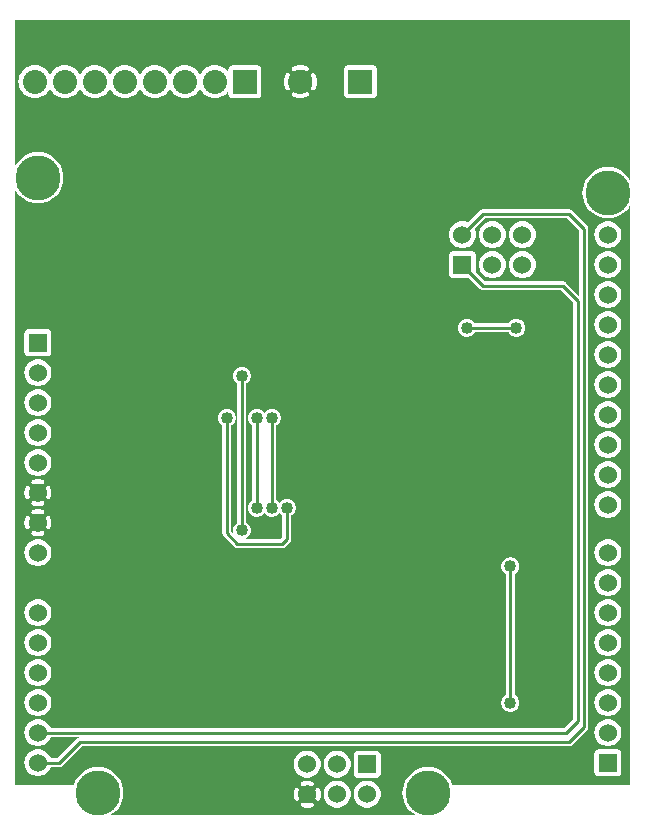
<source format=gbr>
G04 start of page 3 for group 1 idx 1 *
G04 Title: (unknown), solder *
G04 Creator: pcb 20140316 *
G04 CreationDate: Thu 11 Jun 2015 05:52:48 PM GMT UTC *
G04 For: ndholmes *
G04 Format: Gerber/RS-274X *
G04 PCB-Dimensions (mil): 2100.00 2700.00 *
G04 PCB-Coordinate-Origin: lower left *
%MOIN*%
%FSLAX25Y25*%
%LNBOTTOM*%
%ADD41C,0.0480*%
%ADD40C,0.1285*%
%ADD39C,0.0380*%
%ADD38C,0.0200*%
%ADD37C,0.0400*%
%ADD36C,0.0800*%
%ADD35C,0.1500*%
%ADD34C,0.0600*%
%ADD33C,0.0100*%
%ADD32C,0.0001*%
G54D32*G36*
X13613Y115000D02*X22500D01*
Y95000D01*
X13613D01*
Y97853D01*
X13656Y97860D01*
X13768Y97897D01*
X13873Y97952D01*
X13968Y98022D01*
X14051Y98106D01*
X14119Y98202D01*
X14170Y98308D01*
X14318Y98716D01*
X14422Y99137D01*
X14484Y99567D01*
X14505Y100000D01*
X14484Y100433D01*
X14422Y100863D01*
X14318Y101284D01*
X14175Y101694D01*
X14122Y101800D01*
X14053Y101896D01*
X13970Y101981D01*
X13875Y102051D01*
X13769Y102106D01*
X13657Y102143D01*
X13613Y102151D01*
Y107853D01*
X13656Y107860D01*
X13768Y107897D01*
X13873Y107952D01*
X13968Y108022D01*
X14051Y108106D01*
X14119Y108202D01*
X14170Y108308D01*
X14318Y108716D01*
X14422Y109137D01*
X14484Y109567D01*
X14505Y110000D01*
X14484Y110433D01*
X14422Y110863D01*
X14318Y111284D01*
X14175Y111694D01*
X14122Y111800D01*
X14053Y111896D01*
X13970Y111981D01*
X13875Y112051D01*
X13769Y112106D01*
X13657Y112143D01*
X13613Y112151D01*
Y115000D01*
G37*
G36*
X10002D02*X13613D01*
Y112151D01*
X13540Y112163D01*
X13421Y112164D01*
X13304Y112146D01*
X13191Y112110D01*
X13085Y112057D01*
X12988Y111988D01*
X12904Y111905D01*
X12833Y111809D01*
X12779Y111704D01*
X12741Y111592D01*
X12722Y111475D01*
X12721Y111356D01*
X12739Y111239D01*
X12777Y111126D01*
X12876Y110855D01*
X12944Y110575D01*
X12986Y110289D01*
X13000Y110000D01*
X12986Y109711D01*
X12944Y109425D01*
X12876Y109145D01*
X12780Y108872D01*
X12742Y108761D01*
X12725Y108644D01*
X12725Y108526D01*
X12745Y108409D01*
X12782Y108297D01*
X12836Y108193D01*
X12906Y108098D01*
X12991Y108015D01*
X13087Y107946D01*
X13192Y107893D01*
X13305Y107857D01*
X13421Y107840D01*
X13539Y107841D01*
X13613Y107853D01*
Y102151D01*
X13540Y102163D01*
X13421Y102164D01*
X13304Y102146D01*
X13191Y102110D01*
X13085Y102057D01*
X12988Y101988D01*
X12904Y101905D01*
X12833Y101809D01*
X12779Y101704D01*
X12741Y101592D01*
X12722Y101475D01*
X12721Y101356D01*
X12739Y101239D01*
X12777Y101126D01*
X12876Y100855D01*
X12944Y100575D01*
X12986Y100289D01*
X13000Y100000D01*
X12986Y99711D01*
X12944Y99425D01*
X12876Y99145D01*
X12780Y98872D01*
X12742Y98761D01*
X12725Y98644D01*
X12725Y98526D01*
X12745Y98409D01*
X12782Y98297D01*
X12836Y98193D01*
X12906Y98098D01*
X12991Y98015D01*
X13087Y97946D01*
X13192Y97893D01*
X13305Y97857D01*
X13421Y97840D01*
X13539Y97841D01*
X13613Y97853D01*
Y95000D01*
X10002D01*
Y95495D01*
X10433Y95516D01*
X10863Y95578D01*
X11284Y95682D01*
X11694Y95825D01*
X11800Y95878D01*
X11896Y95947D01*
X11981Y96030D01*
X12051Y96125D01*
X12106Y96231D01*
X12143Y96343D01*
X12163Y96460D01*
X12164Y96579D01*
X12146Y96696D01*
X12110Y96809D01*
X12057Y96915D01*
X11988Y97012D01*
X11905Y97096D01*
X11809Y97167D01*
X11704Y97221D01*
X11592Y97259D01*
X11475Y97278D01*
X11356Y97279D01*
X11239Y97261D01*
X11126Y97223D01*
X10855Y97124D01*
X10575Y97056D01*
X10289Y97014D01*
X10002Y97000D01*
Y103000D01*
X10289Y102986D01*
X10575Y102944D01*
X10855Y102876D01*
X11128Y102780D01*
X11239Y102742D01*
X11356Y102725D01*
X11474Y102725D01*
X11591Y102745D01*
X11703Y102782D01*
X11807Y102836D01*
X11902Y102906D01*
X11985Y102991D01*
X12054Y103087D01*
X12107Y103192D01*
X12143Y103305D01*
X12160Y103421D01*
X12159Y103539D01*
X12140Y103656D01*
X12103Y103768D01*
X12048Y103873D01*
X11978Y103968D01*
X11894Y104051D01*
X11798Y104119D01*
X11692Y104170D01*
X11284Y104318D01*
X10863Y104422D01*
X10433Y104484D01*
X10002Y104505D01*
Y105495D01*
X10433Y105516D01*
X10863Y105578D01*
X11284Y105682D01*
X11694Y105825D01*
X11800Y105878D01*
X11896Y105947D01*
X11981Y106030D01*
X12051Y106125D01*
X12106Y106231D01*
X12143Y106343D01*
X12163Y106460D01*
X12164Y106579D01*
X12146Y106696D01*
X12110Y106809D01*
X12057Y106915D01*
X11988Y107012D01*
X11905Y107096D01*
X11809Y107167D01*
X11704Y107221D01*
X11592Y107259D01*
X11475Y107278D01*
X11356Y107279D01*
X11239Y107261D01*
X11126Y107223D01*
X10855Y107124D01*
X10575Y107056D01*
X10289Y107014D01*
X10002Y107000D01*
Y113000D01*
X10289Y112986D01*
X10575Y112944D01*
X10855Y112876D01*
X11128Y112780D01*
X11239Y112742D01*
X11356Y112725D01*
X11474Y112725D01*
X11591Y112745D01*
X11703Y112782D01*
X11807Y112836D01*
X11902Y112906D01*
X11985Y112991D01*
X12054Y113087D01*
X12107Y113192D01*
X12143Y113305D01*
X12160Y113421D01*
X12159Y113539D01*
X12140Y113656D01*
X12103Y113768D01*
X12048Y113873D01*
X11978Y113968D01*
X11894Y114051D01*
X11798Y114119D01*
X11692Y114170D01*
X11284Y114318D01*
X10863Y114422D01*
X10433Y114484D01*
X10002Y114505D01*
Y115000D01*
G37*
G36*
X6387D02*X10002D01*
Y114505D01*
X10000Y114505D01*
X9567Y114484D01*
X9137Y114422D01*
X8716Y114318D01*
X8306Y114175D01*
X8200Y114122D01*
X8104Y114053D01*
X8019Y113970D01*
X7949Y113875D01*
X7894Y113769D01*
X7857Y113657D01*
X7837Y113540D01*
X7836Y113421D01*
X7854Y113304D01*
X7890Y113191D01*
X7943Y113085D01*
X8012Y112988D01*
X8095Y112904D01*
X8191Y112833D01*
X8296Y112779D01*
X8408Y112741D01*
X8525Y112722D01*
X8644Y112721D01*
X8761Y112739D01*
X8874Y112777D01*
X9145Y112876D01*
X9425Y112944D01*
X9711Y112986D01*
X10000Y113000D01*
X10002Y113000D01*
Y107000D01*
X10000Y107000D01*
X9711Y107014D01*
X9425Y107056D01*
X9145Y107124D01*
X8872Y107220D01*
X8761Y107258D01*
X8644Y107275D01*
X8526Y107275D01*
X8409Y107255D01*
X8297Y107218D01*
X8193Y107164D01*
X8098Y107094D01*
X8015Y107009D01*
X7946Y106913D01*
X7893Y106808D01*
X7857Y106695D01*
X7840Y106579D01*
X7841Y106461D01*
X7860Y106344D01*
X7897Y106232D01*
X7952Y106127D01*
X8022Y106032D01*
X8106Y105949D01*
X8202Y105881D01*
X8308Y105830D01*
X8716Y105682D01*
X9137Y105578D01*
X9567Y105516D01*
X10000Y105495D01*
X10002Y105495D01*
Y104505D01*
X10000Y104505D01*
X9567Y104484D01*
X9137Y104422D01*
X8716Y104318D01*
X8306Y104175D01*
X8200Y104122D01*
X8104Y104053D01*
X8019Y103970D01*
X7949Y103875D01*
X7894Y103769D01*
X7857Y103657D01*
X7837Y103540D01*
X7836Y103421D01*
X7854Y103304D01*
X7890Y103191D01*
X7943Y103085D01*
X8012Y102988D01*
X8095Y102904D01*
X8191Y102833D01*
X8296Y102779D01*
X8408Y102741D01*
X8525Y102722D01*
X8644Y102721D01*
X8761Y102739D01*
X8874Y102777D01*
X9145Y102876D01*
X9425Y102944D01*
X9711Y102986D01*
X10000Y103000D01*
X10002Y103000D01*
Y97000D01*
X10000Y97000D01*
X9711Y97014D01*
X9425Y97056D01*
X9145Y97124D01*
X8872Y97220D01*
X8761Y97258D01*
X8644Y97275D01*
X8526Y97275D01*
X8409Y97255D01*
X8297Y97218D01*
X8193Y97164D01*
X8098Y97094D01*
X8015Y97009D01*
X7946Y96913D01*
X7893Y96808D01*
X7857Y96695D01*
X7840Y96579D01*
X7841Y96461D01*
X7860Y96344D01*
X7897Y96232D01*
X7952Y96127D01*
X8022Y96032D01*
X8106Y95949D01*
X8202Y95881D01*
X8308Y95830D01*
X8716Y95682D01*
X9137Y95578D01*
X9567Y95516D01*
X10000Y95495D01*
X10002Y95495D01*
Y95000D01*
X6387D01*
Y97849D01*
X6460Y97837D01*
X6579Y97836D01*
X6696Y97854D01*
X6809Y97890D01*
X6915Y97943D01*
X7012Y98012D01*
X7096Y98095D01*
X7167Y98191D01*
X7221Y98296D01*
X7259Y98408D01*
X7278Y98525D01*
X7279Y98644D01*
X7261Y98761D01*
X7223Y98874D01*
X7124Y99145D01*
X7056Y99425D01*
X7014Y99711D01*
X7000Y100000D01*
X7014Y100289D01*
X7056Y100575D01*
X7124Y100855D01*
X7220Y101128D01*
X7258Y101239D01*
X7275Y101356D01*
X7275Y101474D01*
X7255Y101591D01*
X7218Y101703D01*
X7164Y101807D01*
X7094Y101902D01*
X7009Y101985D01*
X6913Y102054D01*
X6808Y102107D01*
X6695Y102143D01*
X6579Y102160D01*
X6461Y102159D01*
X6387Y102147D01*
Y107849D01*
X6460Y107837D01*
X6579Y107836D01*
X6696Y107854D01*
X6809Y107890D01*
X6915Y107943D01*
X7012Y108012D01*
X7096Y108095D01*
X7167Y108191D01*
X7221Y108296D01*
X7259Y108408D01*
X7278Y108525D01*
X7279Y108644D01*
X7261Y108761D01*
X7223Y108874D01*
X7124Y109145D01*
X7056Y109425D01*
X7014Y109711D01*
X7000Y110000D01*
X7014Y110289D01*
X7056Y110575D01*
X7124Y110855D01*
X7220Y111128D01*
X7258Y111239D01*
X7275Y111356D01*
X7275Y111474D01*
X7255Y111591D01*
X7218Y111703D01*
X7164Y111807D01*
X7094Y111902D01*
X7009Y111985D01*
X6913Y112054D01*
X6808Y112107D01*
X6695Y112143D01*
X6579Y112160D01*
X6461Y112159D01*
X6387Y112147D01*
Y115000D01*
G37*
G36*
X4500D02*X6387D01*
Y112147D01*
X6344Y112140D01*
X6232Y112103D01*
X6127Y112048D01*
X6032Y111978D01*
X5949Y111894D01*
X5881Y111798D01*
X5830Y111692D01*
X5682Y111284D01*
X5578Y110863D01*
X5516Y110433D01*
X5495Y110000D01*
X5516Y109567D01*
X5578Y109137D01*
X5682Y108716D01*
X5825Y108306D01*
X5878Y108200D01*
X5947Y108104D01*
X6030Y108019D01*
X6125Y107949D01*
X6231Y107894D01*
X6343Y107857D01*
X6387Y107849D01*
Y102147D01*
X6344Y102140D01*
X6232Y102103D01*
X6127Y102048D01*
X6032Y101978D01*
X5949Y101894D01*
X5881Y101798D01*
X5830Y101692D01*
X5682Y101284D01*
X5578Y100863D01*
X5516Y100433D01*
X5495Y100000D01*
X5516Y99567D01*
X5578Y99137D01*
X5682Y98716D01*
X5825Y98306D01*
X5878Y98200D01*
X5947Y98104D01*
X6030Y98019D01*
X6125Y97949D01*
X6231Y97894D01*
X6343Y97857D01*
X6387Y97849D01*
Y95000D01*
X4500D01*
Y115000D01*
G37*
G36*
X82995Y101991D02*X83000Y101991D01*
X83471Y102028D01*
X83930Y102138D01*
X84366Y102319D01*
X84769Y102565D01*
X85128Y102872D01*
X85435Y103231D01*
X85500Y103338D01*
X85565Y103231D01*
X85872Y102872D01*
X86231Y102565D01*
X86634Y102319D01*
X87070Y102138D01*
X87529Y102028D01*
X88000Y101991D01*
X88471Y102028D01*
X88930Y102138D01*
X89366Y102319D01*
X89769Y102565D01*
X90128Y102872D01*
X90435Y103231D01*
X90500Y103338D01*
X90565Y103231D01*
X90872Y102872D01*
X91231Y102565D01*
X91500Y102401D01*
Y95121D01*
X90879Y94500D01*
X82995D01*
Y101991D01*
G37*
G36*
X167495Y177500D02*X184379D01*
X188500Y173379D01*
Y34621D01*
X185379Y31500D01*
X167495D01*
Y36991D01*
X167500Y36991D01*
X167971Y37028D01*
X168430Y37138D01*
X168866Y37319D01*
X169269Y37565D01*
X169628Y37872D01*
X169935Y38231D01*
X170181Y38634D01*
X170362Y39070D01*
X170472Y39529D01*
X170500Y40000D01*
X170472Y40471D01*
X170362Y40930D01*
X170181Y41366D01*
X169935Y41769D01*
X169628Y42128D01*
X169269Y42435D01*
X169000Y42599D01*
Y82901D01*
X169269Y83065D01*
X169628Y83372D01*
X169935Y83731D01*
X170181Y84134D01*
X170362Y84570D01*
X170472Y85029D01*
X170500Y85500D01*
X170472Y85971D01*
X170362Y86430D01*
X170181Y86866D01*
X169935Y87269D01*
X169628Y87628D01*
X169269Y87935D01*
X168866Y88181D01*
X168430Y88362D01*
X167971Y88472D01*
X167500Y88509D01*
X167495Y88509D01*
Y162767D01*
X167731Y162565D01*
X168134Y162319D01*
X168570Y162138D01*
X169029Y162028D01*
X169500Y161991D01*
X169971Y162028D01*
X170430Y162138D01*
X170866Y162319D01*
X171269Y162565D01*
X171628Y162872D01*
X171935Y163231D01*
X172181Y163634D01*
X172362Y164070D01*
X172472Y164529D01*
X172500Y165000D01*
X172472Y165471D01*
X172362Y165930D01*
X172181Y166366D01*
X171935Y166769D01*
X171628Y167128D01*
X171269Y167435D01*
X170866Y167681D01*
X170430Y167862D01*
X169971Y167972D01*
X169500Y168009D01*
X169029Y167972D01*
X168570Y167862D01*
X168134Y167681D01*
X167731Y167435D01*
X167495Y167233D01*
Y177500D01*
G37*
G36*
Y201500D02*X186379D01*
X190500Y197379D01*
Y175621D01*
X186102Y180019D01*
X186064Y180064D01*
X185884Y180217D01*
X185683Y180341D01*
X185465Y180431D01*
X185235Y180486D01*
X185235Y180486D01*
X185000Y180505D01*
X184941Y180500D01*
X167495D01*
Y183923D01*
X167848Y183347D01*
X168308Y182808D01*
X168847Y182348D01*
X169451Y181978D01*
X170105Y181707D01*
X170794Y181542D01*
X171500Y181486D01*
X172206Y181542D01*
X172895Y181707D01*
X173549Y181978D01*
X174153Y182348D01*
X174692Y182808D01*
X175152Y183347D01*
X175522Y183951D01*
X175793Y184605D01*
X175958Y185294D01*
X176000Y186000D01*
X175958Y186706D01*
X175793Y187395D01*
X175522Y188049D01*
X175152Y188653D01*
X174692Y189192D01*
X174153Y189652D01*
X173549Y190022D01*
X172895Y190293D01*
X172206Y190458D01*
X171500Y190514D01*
X170794Y190458D01*
X170105Y190293D01*
X169451Y190022D01*
X168847Y189652D01*
X168308Y189192D01*
X167848Y188653D01*
X167495Y188077D01*
Y193923D01*
X167848Y193347D01*
X168308Y192808D01*
X168847Y192348D01*
X169451Y191978D01*
X170105Y191707D01*
X170794Y191542D01*
X171500Y191486D01*
X172206Y191542D01*
X172895Y191707D01*
X173549Y191978D01*
X174153Y192348D01*
X174692Y192808D01*
X175152Y193347D01*
X175522Y193951D01*
X175793Y194605D01*
X175958Y195294D01*
X176000Y196000D01*
X175958Y196706D01*
X175793Y197395D01*
X175522Y198049D01*
X175152Y198653D01*
X174692Y199192D01*
X174153Y199652D01*
X173549Y200022D01*
X172895Y200293D01*
X172206Y200458D01*
X171500Y200514D01*
X170794Y200458D01*
X170105Y200293D01*
X169451Y200022D01*
X168847Y199652D01*
X168308Y199192D01*
X167848Y198653D01*
X167495Y198077D01*
Y201500D01*
G37*
G36*
X200000Y201474D02*X201334Y201579D01*
X202635Y201891D01*
X203871Y202403D01*
X205012Y203102D01*
X206029Y203971D01*
X206898Y204988D01*
X207500Y205971D01*
Y12500D01*
X200000D01*
Y15507D01*
X203235Y15514D01*
X203465Y15569D01*
X203683Y15659D01*
X203884Y15783D01*
X204064Y15936D01*
X204217Y16116D01*
X204341Y16317D01*
X204431Y16535D01*
X204486Y16765D01*
X204500Y17000D01*
X204486Y23235D01*
X204431Y23465D01*
X204341Y23683D01*
X204217Y23884D01*
X204064Y24064D01*
X203884Y24217D01*
X203683Y24341D01*
X203465Y24431D01*
X203235Y24486D01*
X203000Y24500D01*
X200000Y24493D01*
Y25486D01*
X200706Y25542D01*
X201395Y25707D01*
X202049Y25978D01*
X202653Y26348D01*
X203192Y26808D01*
X203652Y27347D01*
X204022Y27951D01*
X204293Y28605D01*
X204458Y29294D01*
X204500Y30000D01*
X204458Y30706D01*
X204293Y31395D01*
X204022Y32049D01*
X203652Y32653D01*
X203192Y33192D01*
X202653Y33652D01*
X202049Y34022D01*
X201395Y34293D01*
X200706Y34458D01*
X200000Y34514D01*
Y35486D01*
X200706Y35542D01*
X201395Y35707D01*
X202049Y35978D01*
X202653Y36348D01*
X203192Y36808D01*
X203652Y37347D01*
X204022Y37951D01*
X204293Y38605D01*
X204458Y39294D01*
X204500Y40000D01*
X204458Y40706D01*
X204293Y41395D01*
X204022Y42049D01*
X203652Y42653D01*
X203192Y43192D01*
X202653Y43652D01*
X202049Y44022D01*
X201395Y44293D01*
X200706Y44458D01*
X200000Y44514D01*
Y45486D01*
X200706Y45542D01*
X201395Y45707D01*
X202049Y45978D01*
X202653Y46348D01*
X203192Y46808D01*
X203652Y47347D01*
X204022Y47951D01*
X204293Y48605D01*
X204458Y49294D01*
X204500Y50000D01*
X204458Y50706D01*
X204293Y51395D01*
X204022Y52049D01*
X203652Y52653D01*
X203192Y53192D01*
X202653Y53652D01*
X202049Y54022D01*
X201395Y54293D01*
X200706Y54458D01*
X200000Y54514D01*
Y55486D01*
X200706Y55542D01*
X201395Y55707D01*
X202049Y55978D01*
X202653Y56348D01*
X203192Y56808D01*
X203652Y57347D01*
X204022Y57951D01*
X204293Y58605D01*
X204458Y59294D01*
X204500Y60000D01*
X204458Y60706D01*
X204293Y61395D01*
X204022Y62049D01*
X203652Y62653D01*
X203192Y63192D01*
X202653Y63652D01*
X202049Y64022D01*
X201395Y64293D01*
X200706Y64458D01*
X200000Y64514D01*
Y65486D01*
X200706Y65542D01*
X201395Y65707D01*
X202049Y65978D01*
X202653Y66348D01*
X203192Y66808D01*
X203652Y67347D01*
X204022Y67951D01*
X204293Y68605D01*
X204458Y69294D01*
X204500Y70000D01*
X204458Y70706D01*
X204293Y71395D01*
X204022Y72049D01*
X203652Y72653D01*
X203192Y73192D01*
X202653Y73652D01*
X202049Y74022D01*
X201395Y74293D01*
X200706Y74458D01*
X200000Y74514D01*
Y75486D01*
X200706Y75542D01*
X201395Y75707D01*
X202049Y75978D01*
X202653Y76348D01*
X203192Y76808D01*
X203652Y77347D01*
X204022Y77951D01*
X204293Y78605D01*
X204458Y79294D01*
X204500Y80000D01*
X204458Y80706D01*
X204293Y81395D01*
X204022Y82049D01*
X203652Y82653D01*
X203192Y83192D01*
X202653Y83652D01*
X202049Y84022D01*
X201395Y84293D01*
X200706Y84458D01*
X200000Y84514D01*
Y85486D01*
X200706Y85542D01*
X201395Y85707D01*
X202049Y85978D01*
X202653Y86348D01*
X203192Y86808D01*
X203652Y87347D01*
X204022Y87951D01*
X204293Y88605D01*
X204458Y89294D01*
X204500Y90000D01*
X204458Y90706D01*
X204293Y91395D01*
X204022Y92049D01*
X203652Y92653D01*
X203192Y93192D01*
X202653Y93652D01*
X202049Y94022D01*
X201395Y94293D01*
X200706Y94458D01*
X200000Y94514D01*
Y101486D01*
X200706Y101542D01*
X201395Y101707D01*
X202049Y101978D01*
X202653Y102348D01*
X203192Y102808D01*
X203652Y103347D01*
X204022Y103951D01*
X204293Y104605D01*
X204458Y105294D01*
X204500Y106000D01*
X204458Y106706D01*
X204293Y107395D01*
X204022Y108049D01*
X203652Y108653D01*
X203192Y109192D01*
X202653Y109652D01*
X202049Y110022D01*
X201395Y110293D01*
X200706Y110458D01*
X200000Y110514D01*
Y111486D01*
X200706Y111542D01*
X201395Y111707D01*
X202049Y111978D01*
X202653Y112348D01*
X203192Y112808D01*
X203652Y113347D01*
X204022Y113951D01*
X204293Y114605D01*
X204458Y115294D01*
X204500Y116000D01*
X204458Y116706D01*
X204293Y117395D01*
X204022Y118049D01*
X203652Y118653D01*
X203192Y119192D01*
X202653Y119652D01*
X202049Y120022D01*
X201395Y120293D01*
X200706Y120458D01*
X200000Y120514D01*
Y121486D01*
X200706Y121542D01*
X201395Y121707D01*
X202049Y121978D01*
X202653Y122348D01*
X203192Y122808D01*
X203652Y123347D01*
X204022Y123951D01*
X204293Y124605D01*
X204458Y125294D01*
X204500Y126000D01*
X204458Y126706D01*
X204293Y127395D01*
X204022Y128049D01*
X203652Y128653D01*
X203192Y129192D01*
X202653Y129652D01*
X202049Y130022D01*
X201395Y130293D01*
X200706Y130458D01*
X200000Y130514D01*
Y131486D01*
X200706Y131542D01*
X201395Y131707D01*
X202049Y131978D01*
X202653Y132348D01*
X203192Y132808D01*
X203652Y133347D01*
X204022Y133951D01*
X204293Y134605D01*
X204458Y135294D01*
X204500Y136000D01*
X204458Y136706D01*
X204293Y137395D01*
X204022Y138049D01*
X203652Y138653D01*
X203192Y139192D01*
X202653Y139652D01*
X202049Y140022D01*
X201395Y140293D01*
X200706Y140458D01*
X200000Y140514D01*
Y141486D01*
X200706Y141542D01*
X201395Y141707D01*
X202049Y141978D01*
X202653Y142348D01*
X203192Y142808D01*
X203652Y143347D01*
X204022Y143951D01*
X204293Y144605D01*
X204458Y145294D01*
X204500Y146000D01*
X204458Y146706D01*
X204293Y147395D01*
X204022Y148049D01*
X203652Y148653D01*
X203192Y149192D01*
X202653Y149652D01*
X202049Y150022D01*
X201395Y150293D01*
X200706Y150458D01*
X200000Y150514D01*
Y151486D01*
X200706Y151542D01*
X201395Y151707D01*
X202049Y151978D01*
X202653Y152348D01*
X203192Y152808D01*
X203652Y153347D01*
X204022Y153951D01*
X204293Y154605D01*
X204458Y155294D01*
X204500Y156000D01*
X204458Y156706D01*
X204293Y157395D01*
X204022Y158049D01*
X203652Y158653D01*
X203192Y159192D01*
X202653Y159652D01*
X202049Y160022D01*
X201395Y160293D01*
X200706Y160458D01*
X200000Y160514D01*
Y161486D01*
X200706Y161542D01*
X201395Y161707D01*
X202049Y161978D01*
X202653Y162348D01*
X203192Y162808D01*
X203652Y163347D01*
X204022Y163951D01*
X204293Y164605D01*
X204458Y165294D01*
X204500Y166000D01*
X204458Y166706D01*
X204293Y167395D01*
X204022Y168049D01*
X203652Y168653D01*
X203192Y169192D01*
X202653Y169652D01*
X202049Y170022D01*
X201395Y170293D01*
X200706Y170458D01*
X200000Y170514D01*
Y171486D01*
X200706Y171542D01*
X201395Y171707D01*
X202049Y171978D01*
X202653Y172348D01*
X203192Y172808D01*
X203652Y173347D01*
X204022Y173951D01*
X204293Y174605D01*
X204458Y175294D01*
X204500Y176000D01*
X204458Y176706D01*
X204293Y177395D01*
X204022Y178049D01*
X203652Y178653D01*
X203192Y179192D01*
X202653Y179652D01*
X202049Y180022D01*
X201395Y180293D01*
X200706Y180458D01*
X200000Y180514D01*
Y181486D01*
X200706Y181542D01*
X201395Y181707D01*
X202049Y181978D01*
X202653Y182348D01*
X203192Y182808D01*
X203652Y183347D01*
X204022Y183951D01*
X204293Y184605D01*
X204458Y185294D01*
X204500Y186000D01*
X204458Y186706D01*
X204293Y187395D01*
X204022Y188049D01*
X203652Y188653D01*
X203192Y189192D01*
X202653Y189652D01*
X202049Y190022D01*
X201395Y190293D01*
X200706Y190458D01*
X200000Y190514D01*
Y191486D01*
X200706Y191542D01*
X201395Y191707D01*
X202049Y191978D01*
X202653Y192348D01*
X203192Y192808D01*
X203652Y193347D01*
X204022Y193951D01*
X204293Y194605D01*
X204458Y195294D01*
X204500Y196000D01*
X204458Y196706D01*
X204293Y197395D01*
X204022Y198049D01*
X203652Y198653D01*
X203192Y199192D01*
X202653Y199652D01*
X202049Y200022D01*
X201395Y200293D01*
X200706Y200458D01*
X200000Y200514D01*
Y201474D01*
G37*
G36*
Y267500D02*X207500D01*
Y214029D01*
X206898Y215012D01*
X206029Y216029D01*
X205012Y216898D01*
X203871Y217597D01*
X202635Y218109D01*
X201334Y218421D01*
X200000Y218526D01*
Y267500D01*
G37*
G36*
X167495D02*X200000D01*
Y218526D01*
X198666Y218421D01*
X197365Y218109D01*
X196129Y217597D01*
X194988Y216898D01*
X193971Y216029D01*
X193102Y215012D01*
X192403Y213871D01*
X191891Y212635D01*
X191579Y211334D01*
X191474Y210000D01*
X191579Y208666D01*
X191891Y207365D01*
X192403Y206129D01*
X193102Y204988D01*
X193971Y203971D01*
X194988Y203102D01*
X196129Y202403D01*
X197365Y201891D01*
X198666Y201579D01*
X200000Y201474D01*
Y200514D01*
X199294Y200458D01*
X198605Y200293D01*
X197951Y200022D01*
X197347Y199652D01*
X196808Y199192D01*
X196348Y198653D01*
X195978Y198049D01*
X195707Y197395D01*
X195542Y196706D01*
X195486Y196000D01*
X195542Y195294D01*
X195707Y194605D01*
X195978Y193951D01*
X196348Y193347D01*
X196808Y192808D01*
X197347Y192348D01*
X197951Y191978D01*
X198605Y191707D01*
X199294Y191542D01*
X200000Y191486D01*
Y190514D01*
X199294Y190458D01*
X198605Y190293D01*
X197951Y190022D01*
X197347Y189652D01*
X196808Y189192D01*
X196348Y188653D01*
X195978Y188049D01*
X195707Y187395D01*
X195542Y186706D01*
X195486Y186000D01*
X195542Y185294D01*
X195707Y184605D01*
X195978Y183951D01*
X196348Y183347D01*
X196808Y182808D01*
X197347Y182348D01*
X197951Y181978D01*
X198605Y181707D01*
X199294Y181542D01*
X200000Y181486D01*
Y180514D01*
X199294Y180458D01*
X198605Y180293D01*
X197951Y180022D01*
X197347Y179652D01*
X196808Y179192D01*
X196348Y178653D01*
X195978Y178049D01*
X195707Y177395D01*
X195542Y176706D01*
X195486Y176000D01*
X195542Y175294D01*
X195707Y174605D01*
X195978Y173951D01*
X196348Y173347D01*
X196808Y172808D01*
X197347Y172348D01*
X197951Y171978D01*
X198605Y171707D01*
X199294Y171542D01*
X200000Y171486D01*
Y170514D01*
X199294Y170458D01*
X198605Y170293D01*
X197951Y170022D01*
X197347Y169652D01*
X196808Y169192D01*
X196348Y168653D01*
X195978Y168049D01*
X195707Y167395D01*
X195542Y166706D01*
X195486Y166000D01*
X195542Y165294D01*
X195707Y164605D01*
X195978Y163951D01*
X196348Y163347D01*
X196808Y162808D01*
X197347Y162348D01*
X197951Y161978D01*
X198605Y161707D01*
X199294Y161542D01*
X200000Y161486D01*
Y160514D01*
X199294Y160458D01*
X198605Y160293D01*
X197951Y160022D01*
X197347Y159652D01*
X196808Y159192D01*
X196348Y158653D01*
X195978Y158049D01*
X195707Y157395D01*
X195542Y156706D01*
X195486Y156000D01*
X195542Y155294D01*
X195707Y154605D01*
X195978Y153951D01*
X196348Y153347D01*
X196808Y152808D01*
X197347Y152348D01*
X197951Y151978D01*
X198605Y151707D01*
X199294Y151542D01*
X200000Y151486D01*
Y150514D01*
X199294Y150458D01*
X198605Y150293D01*
X197951Y150022D01*
X197347Y149652D01*
X196808Y149192D01*
X196348Y148653D01*
X195978Y148049D01*
X195707Y147395D01*
X195542Y146706D01*
X195486Y146000D01*
X195542Y145294D01*
X195707Y144605D01*
X195978Y143951D01*
X196348Y143347D01*
X196808Y142808D01*
X197347Y142348D01*
X197951Y141978D01*
X198605Y141707D01*
X199294Y141542D01*
X200000Y141486D01*
Y140514D01*
X199294Y140458D01*
X198605Y140293D01*
X197951Y140022D01*
X197347Y139652D01*
X196808Y139192D01*
X196348Y138653D01*
X195978Y138049D01*
X195707Y137395D01*
X195542Y136706D01*
X195486Y136000D01*
X195542Y135294D01*
X195707Y134605D01*
X195978Y133951D01*
X196348Y133347D01*
X196808Y132808D01*
X197347Y132348D01*
X197951Y131978D01*
X198605Y131707D01*
X199294Y131542D01*
X200000Y131486D01*
Y130514D01*
X199294Y130458D01*
X198605Y130293D01*
X197951Y130022D01*
X197347Y129652D01*
X196808Y129192D01*
X196348Y128653D01*
X195978Y128049D01*
X195707Y127395D01*
X195542Y126706D01*
X195486Y126000D01*
X195542Y125294D01*
X195707Y124605D01*
X195978Y123951D01*
X196348Y123347D01*
X196808Y122808D01*
X197347Y122348D01*
X197951Y121978D01*
X198605Y121707D01*
X199294Y121542D01*
X200000Y121486D01*
Y120514D01*
X199294Y120458D01*
X198605Y120293D01*
X197951Y120022D01*
X197347Y119652D01*
X196808Y119192D01*
X196348Y118653D01*
X195978Y118049D01*
X195707Y117395D01*
X195542Y116706D01*
X195486Y116000D01*
X195542Y115294D01*
X195707Y114605D01*
X195978Y113951D01*
X196348Y113347D01*
X196808Y112808D01*
X197347Y112348D01*
X197951Y111978D01*
X198605Y111707D01*
X199294Y111542D01*
X200000Y111486D01*
Y110514D01*
X199294Y110458D01*
X198605Y110293D01*
X197951Y110022D01*
X197347Y109652D01*
X196808Y109192D01*
X196348Y108653D01*
X195978Y108049D01*
X195707Y107395D01*
X195542Y106706D01*
X195486Y106000D01*
X195542Y105294D01*
X195707Y104605D01*
X195978Y103951D01*
X196348Y103347D01*
X196808Y102808D01*
X197347Y102348D01*
X197951Y101978D01*
X198605Y101707D01*
X199294Y101542D01*
X200000Y101486D01*
Y94514D01*
X199294Y94458D01*
X198605Y94293D01*
X197951Y94022D01*
X197347Y93652D01*
X196808Y93192D01*
X196348Y92653D01*
X195978Y92049D01*
X195707Y91395D01*
X195542Y90706D01*
X195486Y90000D01*
X195542Y89294D01*
X195707Y88605D01*
X195978Y87951D01*
X196348Y87347D01*
X196808Y86808D01*
X197347Y86348D01*
X197951Y85978D01*
X198605Y85707D01*
X199294Y85542D01*
X200000Y85486D01*
Y84514D01*
X199294Y84458D01*
X198605Y84293D01*
X197951Y84022D01*
X197347Y83652D01*
X196808Y83192D01*
X196348Y82653D01*
X195978Y82049D01*
X195707Y81395D01*
X195542Y80706D01*
X195486Y80000D01*
X195542Y79294D01*
X195707Y78605D01*
X195978Y77951D01*
X196348Y77347D01*
X196808Y76808D01*
X197347Y76348D01*
X197951Y75978D01*
X198605Y75707D01*
X199294Y75542D01*
X200000Y75486D01*
Y74514D01*
X199294Y74458D01*
X198605Y74293D01*
X197951Y74022D01*
X197347Y73652D01*
X196808Y73192D01*
X196348Y72653D01*
X195978Y72049D01*
X195707Y71395D01*
X195542Y70706D01*
X195486Y70000D01*
X195542Y69294D01*
X195707Y68605D01*
X195978Y67951D01*
X196348Y67347D01*
X196808Y66808D01*
X197347Y66348D01*
X197951Y65978D01*
X198605Y65707D01*
X199294Y65542D01*
X200000Y65486D01*
Y64514D01*
X199294Y64458D01*
X198605Y64293D01*
X197951Y64022D01*
X197347Y63652D01*
X196808Y63192D01*
X196348Y62653D01*
X195978Y62049D01*
X195707Y61395D01*
X195542Y60706D01*
X195486Y60000D01*
X195542Y59294D01*
X195707Y58605D01*
X195978Y57951D01*
X196348Y57347D01*
X196808Y56808D01*
X197347Y56348D01*
X197951Y55978D01*
X198605Y55707D01*
X199294Y55542D01*
X200000Y55486D01*
Y54514D01*
X199294Y54458D01*
X198605Y54293D01*
X197951Y54022D01*
X197347Y53652D01*
X196808Y53192D01*
X196348Y52653D01*
X195978Y52049D01*
X195707Y51395D01*
X195542Y50706D01*
X195486Y50000D01*
X195542Y49294D01*
X195707Y48605D01*
X195978Y47951D01*
X196348Y47347D01*
X196808Y46808D01*
X197347Y46348D01*
X197951Y45978D01*
X198605Y45707D01*
X199294Y45542D01*
X200000Y45486D01*
Y44514D01*
X199294Y44458D01*
X198605Y44293D01*
X197951Y44022D01*
X197347Y43652D01*
X196808Y43192D01*
X196348Y42653D01*
X195978Y42049D01*
X195707Y41395D01*
X195542Y40706D01*
X195486Y40000D01*
X195542Y39294D01*
X195707Y38605D01*
X195978Y37951D01*
X196348Y37347D01*
X196808Y36808D01*
X197347Y36348D01*
X197951Y35978D01*
X198605Y35707D01*
X199294Y35542D01*
X200000Y35486D01*
Y34514D01*
X199294Y34458D01*
X198605Y34293D01*
X197951Y34022D01*
X197347Y33652D01*
X196808Y33192D01*
X196348Y32653D01*
X195978Y32049D01*
X195707Y31395D01*
X195542Y30706D01*
X195486Y30000D01*
X195542Y29294D01*
X195707Y28605D01*
X195978Y27951D01*
X196348Y27347D01*
X196808Y26808D01*
X197347Y26348D01*
X197951Y25978D01*
X198605Y25707D01*
X199294Y25542D01*
X200000Y25486D01*
Y24493D01*
X196765Y24486D01*
X196535Y24431D01*
X196317Y24341D01*
X196116Y24217D01*
X195936Y24064D01*
X195783Y23884D01*
X195659Y23683D01*
X195569Y23465D01*
X195514Y23235D01*
X195500Y23000D01*
X195514Y16765D01*
X195569Y16535D01*
X195659Y16317D01*
X195783Y16116D01*
X195936Y15936D01*
X196116Y15783D01*
X196317Y15659D01*
X196535Y15569D01*
X196765Y15514D01*
X197000Y15500D01*
X200000Y15507D01*
Y12500D01*
X167495D01*
Y25500D01*
X186941D01*
X187000Y25495D01*
X187235Y25514D01*
X187235Y25514D01*
X187465Y25569D01*
X187683Y25659D01*
X187884Y25783D01*
X188064Y25936D01*
X188102Y25981D01*
X193019Y30898D01*
X193064Y30936D01*
X193217Y31115D01*
X193217Y31116D01*
X193341Y31317D01*
X193431Y31535D01*
X193486Y31765D01*
X193505Y32000D01*
X193500Y32059D01*
Y197941D01*
X193505Y198000D01*
X193486Y198235D01*
X193431Y198465D01*
X193341Y198683D01*
X193217Y198884D01*
X193064Y199064D01*
X193019Y199102D01*
X188102Y204019D01*
X188064Y204064D01*
X187884Y204217D01*
X187683Y204341D01*
X187465Y204431D01*
X187235Y204486D01*
X187000Y204505D01*
X186941Y204500D01*
X167495D01*
Y267500D01*
G37*
G36*
Y12500D02*X148141D01*
X148109Y12635D01*
X147597Y13871D01*
X146898Y15012D01*
X146029Y16029D01*
X145012Y16898D01*
X143871Y17597D01*
X142635Y18109D01*
X141334Y18421D01*
X140000Y18526D01*
X138666Y18421D01*
X137365Y18109D01*
X136129Y17597D01*
X134988Y16898D01*
X133971Y16029D01*
X133102Y15012D01*
X132403Y13871D01*
X131891Y12635D01*
X131859Y12500D01*
X123115D01*
X122995Y12641D01*
X122456Y13101D01*
X121852Y13471D01*
X121198Y13742D01*
X120509Y13907D01*
X119803Y13963D01*
Y14956D01*
X123038Y14963D01*
X123268Y15018D01*
X123486Y15108D01*
X123687Y15232D01*
X123867Y15385D01*
X124020Y15565D01*
X124144Y15766D01*
X124234Y15984D01*
X124289Y16214D01*
X124303Y16449D01*
X124289Y22684D01*
X124234Y22914D01*
X124144Y23132D01*
X124020Y23333D01*
X123867Y23513D01*
X123687Y23666D01*
X123486Y23790D01*
X123268Y23880D01*
X123038Y23935D01*
X122803Y23949D01*
X119803Y23942D01*
Y25500D01*
X167495D01*
Y12500D01*
G37*
G36*
X119803Y13963D02*X119097Y13907D01*
X118408Y13742D01*
X117754Y13471D01*
X117150Y13101D01*
X116611Y12641D01*
X116491Y12500D01*
X113115D01*
X112995Y12641D01*
X112456Y13101D01*
X111852Y13471D01*
X111198Y13742D01*
X110509Y13907D01*
X109803Y13963D01*
X109796Y13962D01*
Y14936D01*
X109803Y14935D01*
X110509Y14991D01*
X111198Y15156D01*
X111852Y15427D01*
X112456Y15797D01*
X112995Y16257D01*
X113455Y16796D01*
X113825Y17400D01*
X114096Y18054D01*
X114261Y18743D01*
X114303Y19449D01*
X114261Y20155D01*
X114096Y20844D01*
X113825Y21498D01*
X113455Y22102D01*
X112995Y22641D01*
X112456Y23101D01*
X111852Y23471D01*
X111198Y23742D01*
X110509Y23907D01*
X109803Y23963D01*
X109796Y23962D01*
Y25500D01*
X119803D01*
Y23942D01*
X116568Y23935D01*
X116338Y23880D01*
X116120Y23790D01*
X115919Y23666D01*
X115739Y23513D01*
X115586Y23333D01*
X115462Y23132D01*
X115372Y22914D01*
X115317Y22684D01*
X115303Y22449D01*
X115317Y16214D01*
X115372Y15984D01*
X115462Y15766D01*
X115586Y15565D01*
X115739Y15385D01*
X115919Y15232D01*
X116120Y15108D01*
X116338Y15018D01*
X116568Y14963D01*
X116803Y14949D01*
X119803Y14956D01*
Y13963D01*
G37*
G36*
X109796Y13962D02*X109097Y13907D01*
X108408Y13742D01*
X107754Y13471D01*
X107150Y13101D01*
X106611Y12641D01*
X106491Y12500D01*
X101832D01*
X101857Y12536D01*
X101910Y12641D01*
X101946Y12754D01*
X101963Y12870D01*
X101962Y12988D01*
X101943Y13105D01*
X101906Y13217D01*
X101851Y13322D01*
X101781Y13417D01*
X101697Y13500D01*
X101601Y13568D01*
X101495Y13619D01*
X101087Y13767D01*
X100666Y13871D01*
X100236Y13933D01*
X99803Y13954D01*
X99796Y13954D01*
Y14936D01*
X99803Y14935D01*
X100509Y14991D01*
X101198Y15156D01*
X101852Y15427D01*
X102456Y15797D01*
X102995Y16257D01*
X103455Y16796D01*
X103825Y17400D01*
X104096Y18054D01*
X104261Y18743D01*
X104303Y19449D01*
X104261Y20155D01*
X104096Y20844D01*
X103825Y21498D01*
X103455Y22102D01*
X102995Y22641D01*
X102456Y23101D01*
X101852Y23471D01*
X101198Y23742D01*
X100509Y23907D01*
X99803Y23963D01*
X99796Y23962D01*
Y25500D01*
X109796D01*
Y23962D01*
X109097Y23907D01*
X108408Y23742D01*
X107754Y23471D01*
X107150Y23101D01*
X106611Y22641D01*
X106151Y22102D01*
X105781Y21498D01*
X105510Y20844D01*
X105345Y20155D01*
X105289Y19449D01*
X105345Y18743D01*
X105510Y18054D01*
X105781Y17400D01*
X106151Y16796D01*
X106611Y16257D01*
X107150Y15797D01*
X107754Y15427D01*
X108408Y15156D01*
X109097Y14991D01*
X109796Y14936D01*
Y13962D01*
G37*
G36*
X99796Y13954D02*X99370Y13933D01*
X98940Y13871D01*
X98519Y13767D01*
X98109Y13624D01*
X98003Y13571D01*
X97907Y13502D01*
X97822Y13419D01*
X97752Y13324D01*
X97697Y13218D01*
X97660Y13106D01*
X97640Y12989D01*
X97639Y12870D01*
X97657Y12753D01*
X97693Y12640D01*
X97746Y12534D01*
X97770Y12500D01*
X82995D01*
Y25500D01*
X99796D01*
Y23962D01*
X99097Y23907D01*
X98408Y23742D01*
X97754Y23471D01*
X97150Y23101D01*
X96611Y22641D01*
X96151Y22102D01*
X95781Y21498D01*
X95510Y20844D01*
X95345Y20155D01*
X95289Y19449D01*
X95345Y18743D01*
X95510Y18054D01*
X95781Y17400D01*
X96151Y16796D01*
X96611Y16257D01*
X97150Y15797D01*
X97754Y15427D01*
X98408Y15156D01*
X99097Y14991D01*
X99796Y14936D01*
Y13954D01*
G37*
G36*
X161493Y163500D02*X166901D01*
X167065Y163231D01*
X167372Y162872D01*
X167495Y162767D01*
Y88509D01*
X167029Y88472D01*
X166570Y88362D01*
X166134Y88181D01*
X165731Y87935D01*
X165372Y87628D01*
X165065Y87269D01*
X164819Y86866D01*
X164638Y86430D01*
X164528Y85971D01*
X164491Y85500D01*
X164528Y85029D01*
X164638Y84570D01*
X164819Y84134D01*
X165065Y83731D01*
X165372Y83372D01*
X165731Y83065D01*
X166000Y82901D01*
Y42599D01*
X165731Y42435D01*
X165372Y42128D01*
X165065Y41769D01*
X164819Y41366D01*
X164638Y40930D01*
X164528Y40471D01*
X164491Y40000D01*
X164528Y39529D01*
X164638Y39070D01*
X164819Y38634D01*
X165065Y38231D01*
X165372Y37872D01*
X165731Y37565D01*
X166134Y37319D01*
X166570Y37138D01*
X167029Y37028D01*
X167495Y36991D01*
Y31500D01*
X161493D01*
Y163500D01*
G37*
G36*
Y177500D02*X167495D01*
Y167233D01*
X167372Y167128D01*
X167065Y166769D01*
X166901Y166500D01*
X161493D01*
Y177500D01*
G37*
G36*
Y201500D02*X167495D01*
Y198077D01*
X167478Y198049D01*
X167207Y197395D01*
X167042Y196706D01*
X166986Y196000D01*
X167042Y195294D01*
X167207Y194605D01*
X167478Y193951D01*
X167495Y193923D01*
Y188077D01*
X167478Y188049D01*
X167207Y187395D01*
X167042Y186706D01*
X166986Y186000D01*
X167042Y185294D01*
X167207Y184605D01*
X167478Y183951D01*
X167495Y183923D01*
Y180500D01*
X161493D01*
Y181487D01*
X161500Y181486D01*
X162206Y181542D01*
X162895Y181707D01*
X163549Y181978D01*
X164153Y182348D01*
X164692Y182808D01*
X165152Y183347D01*
X165522Y183951D01*
X165793Y184605D01*
X165958Y185294D01*
X166000Y186000D01*
X165958Y186706D01*
X165793Y187395D01*
X165522Y188049D01*
X165152Y188653D01*
X164692Y189192D01*
X164153Y189652D01*
X163549Y190022D01*
X162895Y190293D01*
X162206Y190458D01*
X161500Y190514D01*
X161493Y190513D01*
Y191487D01*
X161500Y191486D01*
X162206Y191542D01*
X162895Y191707D01*
X163549Y191978D01*
X164153Y192348D01*
X164692Y192808D01*
X165152Y193347D01*
X165522Y193951D01*
X165793Y194605D01*
X165958Y195294D01*
X166000Y196000D01*
X165958Y196706D01*
X165793Y197395D01*
X165522Y198049D01*
X165152Y198653D01*
X164692Y199192D01*
X164153Y199652D01*
X163549Y200022D01*
X162895Y200293D01*
X162206Y200458D01*
X161500Y200514D01*
X161493Y200513D01*
Y201500D01*
G37*
G36*
Y267500D02*X167495D01*
Y204500D01*
X161493D01*
Y267500D01*
G37*
G36*
X117500D02*X161493D01*
Y204500D01*
X158559D01*
X158500Y204505D01*
X158265Y204486D01*
X158035Y204431D01*
X157817Y204341D01*
X157616Y204217D01*
X157615Y204217D01*
X157436Y204064D01*
X157398Y204019D01*
X153444Y200065D01*
X152895Y200293D01*
X152206Y200458D01*
X151500Y200514D01*
X150794Y200458D01*
X150105Y200293D01*
X149451Y200022D01*
X148847Y199652D01*
X148308Y199192D01*
X147848Y198653D01*
X147478Y198049D01*
X147207Y197395D01*
X147042Y196706D01*
X146986Y196000D01*
X147042Y195294D01*
X147207Y194605D01*
X147478Y193951D01*
X147848Y193347D01*
X148308Y192808D01*
X148847Y192348D01*
X149451Y191978D01*
X150105Y191707D01*
X150794Y191542D01*
X151500Y191486D01*
X152206Y191542D01*
X152895Y191707D01*
X153549Y191978D01*
X154153Y192348D01*
X154692Y192808D01*
X155152Y193347D01*
X155522Y193951D01*
X155793Y194605D01*
X155958Y195294D01*
X156000Y196000D01*
X155958Y196706D01*
X155793Y197395D01*
X155565Y197944D01*
X159121Y201500D01*
X161493D01*
Y200513D01*
X160794Y200458D01*
X160105Y200293D01*
X159451Y200022D01*
X158847Y199652D01*
X158308Y199192D01*
X157848Y198653D01*
X157478Y198049D01*
X157207Y197395D01*
X157042Y196706D01*
X156986Y196000D01*
X157042Y195294D01*
X157207Y194605D01*
X157478Y193951D01*
X157848Y193347D01*
X158308Y192808D01*
X158847Y192348D01*
X159451Y191978D01*
X160105Y191707D01*
X160794Y191542D01*
X161493Y191487D01*
Y190513D01*
X160794Y190458D01*
X160105Y190293D01*
X159451Y190022D01*
X158847Y189652D01*
X158308Y189192D01*
X157848Y188653D01*
X157478Y188049D01*
X157207Y187395D01*
X157042Y186706D01*
X156986Y186000D01*
X157042Y185294D01*
X157207Y184605D01*
X157478Y183951D01*
X157848Y183347D01*
X158308Y182808D01*
X158847Y182348D01*
X159451Y181978D01*
X160105Y181707D01*
X160794Y181542D01*
X161493Y181487D01*
Y180500D01*
X159121D01*
X155999Y183623D01*
X155986Y189235D01*
X155931Y189465D01*
X155841Y189683D01*
X155717Y189884D01*
X155564Y190064D01*
X155384Y190217D01*
X155183Y190341D01*
X154965Y190431D01*
X154735Y190486D01*
X154500Y190500D01*
X148265Y190486D01*
X148035Y190431D01*
X147817Y190341D01*
X147616Y190217D01*
X147436Y190064D01*
X147283Y189884D01*
X147159Y189683D01*
X147069Y189465D01*
X147014Y189235D01*
X147000Y189000D01*
X147014Y182765D01*
X147069Y182535D01*
X147159Y182317D01*
X147283Y182116D01*
X147436Y181936D01*
X147616Y181783D01*
X147817Y181659D01*
X148035Y181569D01*
X148265Y181514D01*
X148500Y181500D01*
X153867Y181512D01*
X157398Y177981D01*
X157436Y177936D01*
X157616Y177783D01*
X157817Y177659D01*
X158035Y177569D01*
X158265Y177514D01*
X158500Y177495D01*
X158559Y177500D01*
X161493D01*
Y166500D01*
X155599D01*
X155435Y166769D01*
X155128Y167128D01*
X154769Y167435D01*
X154366Y167681D01*
X153930Y167862D01*
X153471Y167972D01*
X153000Y168009D01*
X152529Y167972D01*
X152070Y167862D01*
X151634Y167681D01*
X151231Y167435D01*
X150872Y167128D01*
X150565Y166769D01*
X150319Y166366D01*
X150138Y165930D01*
X150028Y165471D01*
X149991Y165000D01*
X150028Y164529D01*
X150138Y164070D01*
X150319Y163634D01*
X150565Y163231D01*
X150872Y162872D01*
X151231Y162565D01*
X151634Y162319D01*
X152070Y162138D01*
X152529Y162028D01*
X153000Y161991D01*
X153471Y162028D01*
X153930Y162138D01*
X154366Y162319D01*
X154769Y162565D01*
X155128Y162872D01*
X155435Y163231D01*
X155599Y163500D01*
X161493D01*
Y31500D01*
X117500D01*
Y241507D01*
X121735Y241514D01*
X121965Y241569D01*
X122183Y241659D01*
X122384Y241783D01*
X122564Y241936D01*
X122717Y242116D01*
X122841Y242317D01*
X122931Y242535D01*
X122986Y242765D01*
X123000Y243000D01*
X122986Y251235D01*
X122931Y251465D01*
X122841Y251683D01*
X122717Y251884D01*
X122564Y252064D01*
X122384Y252217D01*
X122183Y252341D01*
X121965Y252431D01*
X121735Y252486D01*
X121500Y252500D01*
X117500Y252493D01*
Y267500D01*
G37*
G36*
X101993D02*X117500D01*
Y252493D01*
X113265Y252486D01*
X113035Y252431D01*
X112817Y252341D01*
X112616Y252217D01*
X112436Y252064D01*
X112283Y251884D01*
X112159Y251683D01*
X112069Y251465D01*
X112014Y251235D01*
X112000Y251000D01*
X112014Y242765D01*
X112069Y242535D01*
X112159Y242317D01*
X112283Y242116D01*
X112436Y241936D01*
X112616Y241783D01*
X112817Y241659D01*
X113035Y241569D01*
X113265Y241514D01*
X113500Y241500D01*
X117500Y241507D01*
Y31500D01*
X101993D01*
Y244145D01*
X102078Y244181D01*
X102179Y244243D01*
X102269Y244319D01*
X102345Y244409D01*
X102405Y244511D01*
X102622Y244980D01*
X102789Y245469D01*
X102909Y245972D01*
X102982Y246484D01*
X103006Y247000D01*
X102982Y247516D01*
X102909Y248028D01*
X102789Y248531D01*
X102622Y249020D01*
X102410Y249492D01*
X102349Y249593D01*
X102272Y249684D01*
X102182Y249761D01*
X102080Y249823D01*
X101993Y249860D01*
Y267500D01*
G37*
G36*
X97502D02*X101993D01*
Y249860D01*
X101971Y249869D01*
X101855Y249897D01*
X101737Y249906D01*
X101619Y249897D01*
X101503Y249870D01*
X101393Y249824D01*
X101292Y249762D01*
X101202Y249686D01*
X101124Y249595D01*
X101062Y249494D01*
X101016Y249385D01*
X100989Y249269D01*
X100979Y249151D01*
X100988Y249032D01*
X101016Y248917D01*
X101063Y248808D01*
X101221Y248468D01*
X101342Y248112D01*
X101430Y247747D01*
X101482Y247375D01*
X101500Y247000D01*
X101482Y246625D01*
X101430Y246253D01*
X101342Y245888D01*
X101221Y245532D01*
X101067Y245190D01*
X101020Y245082D01*
X100993Y244967D01*
X100983Y244849D01*
X100993Y244732D01*
X101021Y244617D01*
X101066Y244508D01*
X101128Y244407D01*
X101205Y244318D01*
X101295Y244241D01*
X101395Y244180D01*
X101504Y244135D01*
X101619Y244107D01*
X101737Y244098D01*
X101855Y244108D01*
X101969Y244135D01*
X101993Y244145D01*
Y31500D01*
X97502D01*
Y241494D01*
X98016Y241518D01*
X98528Y241591D01*
X99031Y241711D01*
X99520Y241878D01*
X99992Y242090D01*
X100093Y242151D01*
X100184Y242228D01*
X100261Y242318D01*
X100323Y242420D01*
X100369Y242529D01*
X100397Y242645D01*
X100406Y242763D01*
X100397Y242881D01*
X100370Y242997D01*
X100324Y243107D01*
X100262Y243208D01*
X100186Y243298D01*
X100095Y243376D01*
X99994Y243438D01*
X99885Y243484D01*
X99769Y243511D01*
X99651Y243521D01*
X99532Y243512D01*
X99417Y243484D01*
X99308Y243437D01*
X98968Y243279D01*
X98612Y243158D01*
X98247Y243070D01*
X97875Y243018D01*
X97502Y243000D01*
Y251000D01*
X97875Y250982D01*
X98247Y250930D01*
X98612Y250842D01*
X98968Y250721D01*
X99310Y250567D01*
X99418Y250520D01*
X99533Y250493D01*
X99651Y250483D01*
X99768Y250493D01*
X99883Y250521D01*
X99992Y250566D01*
X100093Y250628D01*
X100182Y250705D01*
X100259Y250795D01*
X100320Y250895D01*
X100365Y251004D01*
X100393Y251119D01*
X100402Y251237D01*
X100392Y251355D01*
X100365Y251469D01*
X100319Y251578D01*
X100257Y251679D01*
X100181Y251769D01*
X100091Y251845D01*
X99989Y251905D01*
X99520Y252122D01*
X99031Y252289D01*
X98528Y252409D01*
X98016Y252482D01*
X97502Y252506D01*
Y267500D01*
G37*
G36*
X93007D02*X97502D01*
Y252506D01*
X97500Y252506D01*
X96984Y252482D01*
X96472Y252409D01*
X95969Y252289D01*
X95480Y252122D01*
X95008Y251910D01*
X94907Y251849D01*
X94816Y251772D01*
X94739Y251682D01*
X94677Y251580D01*
X94631Y251471D01*
X94603Y251355D01*
X94594Y251237D01*
X94603Y251119D01*
X94630Y251003D01*
X94676Y250893D01*
X94738Y250792D01*
X94814Y250702D01*
X94905Y250624D01*
X95006Y250562D01*
X95115Y250516D01*
X95231Y250489D01*
X95349Y250479D01*
X95468Y250488D01*
X95583Y250516D01*
X95692Y250563D01*
X96032Y250721D01*
X96388Y250842D01*
X96753Y250930D01*
X97125Y250982D01*
X97500Y251000D01*
X97502Y251000D01*
Y243000D01*
X97500Y243000D01*
X97125Y243018D01*
X96753Y243070D01*
X96388Y243158D01*
X96032Y243279D01*
X95690Y243433D01*
X95582Y243480D01*
X95467Y243507D01*
X95349Y243517D01*
X95232Y243507D01*
X95117Y243479D01*
X95008Y243434D01*
X94907Y243372D01*
X94818Y243295D01*
X94741Y243205D01*
X94680Y243105D01*
X94635Y242996D01*
X94607Y242881D01*
X94598Y242763D01*
X94608Y242645D01*
X94635Y242531D01*
X94681Y242422D01*
X94743Y242321D01*
X94819Y242231D01*
X94909Y242155D01*
X95011Y242095D01*
X95480Y241878D01*
X95969Y241711D01*
X96472Y241591D01*
X96984Y241518D01*
X97500Y241494D01*
X97502Y241494D01*
Y31500D01*
X93007D01*
Y92386D01*
X94019Y93398D01*
X94064Y93436D01*
X94217Y93615D01*
X94217Y93616D01*
X94341Y93817D01*
X94431Y94035D01*
X94486Y94265D01*
X94505Y94500D01*
X94500Y94559D01*
Y102401D01*
X94769Y102565D01*
X95128Y102872D01*
X95435Y103231D01*
X95681Y103634D01*
X95862Y104070D01*
X95972Y104529D01*
X96000Y105000D01*
X95972Y105471D01*
X95862Y105930D01*
X95681Y106366D01*
X95435Y106769D01*
X95128Y107128D01*
X94769Y107435D01*
X94366Y107681D01*
X93930Y107862D01*
X93471Y107972D01*
X93007Y108009D01*
Y244140D01*
X93029Y244131D01*
X93145Y244103D01*
X93263Y244094D01*
X93381Y244103D01*
X93497Y244130D01*
X93607Y244176D01*
X93708Y244238D01*
X93798Y244314D01*
X93876Y244405D01*
X93938Y244506D01*
X93984Y244615D01*
X94011Y244731D01*
X94021Y244849D01*
X94012Y244968D01*
X93984Y245083D01*
X93937Y245192D01*
X93779Y245532D01*
X93658Y245888D01*
X93570Y246253D01*
X93518Y246625D01*
X93500Y247000D01*
X93518Y247375D01*
X93570Y247747D01*
X93658Y248112D01*
X93779Y248468D01*
X93933Y248810D01*
X93980Y248918D01*
X94007Y249033D01*
X94017Y249151D01*
X94007Y249268D01*
X93979Y249383D01*
X93934Y249492D01*
X93872Y249593D01*
X93795Y249682D01*
X93705Y249759D01*
X93605Y249820D01*
X93496Y249865D01*
X93381Y249893D01*
X93263Y249902D01*
X93145Y249892D01*
X93031Y249865D01*
X93007Y249855D01*
Y267500D01*
G37*
G36*
Y31500D02*X82995D01*
Y91500D01*
X91441D01*
X91500Y91495D01*
X91735Y91514D01*
X91735Y91514D01*
X91965Y91569D01*
X92183Y91659D01*
X92384Y91783D01*
X92564Y91936D01*
X92602Y91981D01*
X93007Y92386D01*
Y31500D01*
G37*
G36*
X82995Y267500D02*X93007D01*
Y249855D01*
X92922Y249819D01*
X92821Y249757D01*
X92731Y249681D01*
X92655Y249591D01*
X92595Y249489D01*
X92378Y249020D01*
X92211Y248531D01*
X92091Y248028D01*
X92018Y247516D01*
X91994Y247000D01*
X92018Y246484D01*
X92091Y245972D01*
X92211Y245469D01*
X92378Y244980D01*
X92590Y244508D01*
X92651Y244407D01*
X92728Y244316D01*
X92818Y244239D01*
X92920Y244177D01*
X93007Y244140D01*
Y108009D01*
X93000Y108009D01*
X92529Y107972D01*
X92070Y107862D01*
X91634Y107681D01*
X91231Y107435D01*
X90872Y107128D01*
X90565Y106769D01*
X90500Y106662D01*
X90435Y106769D01*
X90128Y107128D01*
X89769Y107435D01*
X89500Y107599D01*
Y132401D01*
X89769Y132565D01*
X90128Y132872D01*
X90435Y133231D01*
X90681Y133634D01*
X90862Y134070D01*
X90972Y134529D01*
X91000Y135000D01*
X90972Y135471D01*
X90862Y135930D01*
X90681Y136366D01*
X90435Y136769D01*
X90128Y137128D01*
X89769Y137435D01*
X89366Y137681D01*
X88930Y137862D01*
X88471Y137972D01*
X88000Y138009D01*
X87529Y137972D01*
X87070Y137862D01*
X86634Y137681D01*
X86231Y137435D01*
X85872Y137128D01*
X85565Y136769D01*
X85500Y136662D01*
X85435Y136769D01*
X85128Y137128D01*
X84769Y137435D01*
X84366Y137681D01*
X83930Y137862D01*
X83471Y137972D01*
X83000Y138009D01*
X82995Y138009D01*
Y241513D01*
X83235Y241514D01*
X83465Y241569D01*
X83683Y241659D01*
X83884Y241783D01*
X84064Y241936D01*
X84217Y242116D01*
X84341Y242317D01*
X84431Y242535D01*
X84486Y242765D01*
X84500Y243000D01*
X84486Y251235D01*
X84431Y251465D01*
X84341Y251683D01*
X84217Y251884D01*
X84064Y252064D01*
X83884Y252217D01*
X83683Y252341D01*
X83465Y252431D01*
X83235Y252486D01*
X83000Y252500D01*
X82995Y252500D01*
Y267500D01*
G37*
G36*
X9993Y15487D02*X10000Y15486D01*
X10706Y15542D01*
X11395Y15707D01*
X12049Y15978D01*
X12653Y16348D01*
X13192Y16808D01*
X13652Y17347D01*
X14022Y17951D01*
X14249Y18500D01*
X16941D01*
X17000Y18495D01*
X17235Y18514D01*
X17235Y18514D01*
X17465Y18569D01*
X17683Y18659D01*
X17884Y18783D01*
X18064Y18936D01*
X18102Y18981D01*
X24621Y25500D01*
X82995D01*
Y12500D01*
X38141D01*
X38109Y12635D01*
X37597Y13871D01*
X36898Y15012D01*
X36029Y16029D01*
X35012Y16898D01*
X33871Y17597D01*
X32635Y18109D01*
X31334Y18421D01*
X30000Y18526D01*
X28666Y18421D01*
X27365Y18109D01*
X26129Y17597D01*
X24988Y16898D01*
X23971Y16029D01*
X23102Y15012D01*
X22403Y13871D01*
X21891Y12635D01*
X21859Y12500D01*
X9993D01*
Y15487D01*
G37*
G36*
Y25487D02*X10000Y25486D01*
X10706Y25542D01*
X11395Y25707D01*
X12049Y25978D01*
X12653Y26348D01*
X13192Y26808D01*
X13652Y27347D01*
X14022Y27951D01*
X14249Y28500D01*
X23941D01*
X23765Y28486D01*
X23535Y28431D01*
X23317Y28341D01*
X23116Y28217D01*
X23115Y28217D01*
X22936Y28064D01*
X22898Y28019D01*
X16379Y21500D01*
X14249D01*
X14022Y22049D01*
X13652Y22653D01*
X13192Y23192D01*
X12653Y23652D01*
X12049Y24022D01*
X11395Y24293D01*
X10706Y24458D01*
X10000Y24514D01*
X9993Y24513D01*
Y25487D01*
G37*
G36*
Y267500D02*X82995D01*
Y252500D01*
X74765Y252486D01*
X74535Y252431D01*
X74317Y252341D01*
X74116Y252217D01*
X73936Y252064D01*
X73783Y251884D01*
X73659Y251683D01*
X73569Y251465D01*
X73514Y251235D01*
X73500Y251000D01*
X73501Y250181D01*
X73463Y250243D01*
X72901Y250901D01*
X72243Y251463D01*
X71505Y251916D01*
X70705Y252247D01*
X69863Y252449D01*
X69000Y252517D01*
X68137Y252449D01*
X67295Y252247D01*
X66495Y251916D01*
X65757Y251463D01*
X65099Y250901D01*
X64537Y250243D01*
X64084Y249505D01*
X64000Y249301D01*
X63916Y249505D01*
X63463Y250243D01*
X62901Y250901D01*
X62243Y251463D01*
X61505Y251916D01*
X60705Y252247D01*
X59863Y252449D01*
X59000Y252517D01*
X58137Y252449D01*
X57295Y252247D01*
X56495Y251916D01*
X55757Y251463D01*
X55099Y250901D01*
X54537Y250243D01*
X54084Y249505D01*
X54000Y249301D01*
X53916Y249505D01*
X53463Y250243D01*
X52901Y250901D01*
X52243Y251463D01*
X51505Y251916D01*
X50705Y252247D01*
X49863Y252449D01*
X49000Y252517D01*
X48137Y252449D01*
X47295Y252247D01*
X46495Y251916D01*
X45757Y251463D01*
X45099Y250901D01*
X44537Y250243D01*
X44084Y249505D01*
X44000Y249301D01*
X43916Y249505D01*
X43463Y250243D01*
X42901Y250901D01*
X42243Y251463D01*
X41505Y251916D01*
X40705Y252247D01*
X39863Y252449D01*
X39000Y252517D01*
X38137Y252449D01*
X37295Y252247D01*
X36495Y251916D01*
X35757Y251463D01*
X35099Y250901D01*
X34537Y250243D01*
X34084Y249505D01*
X34000Y249301D01*
X33916Y249505D01*
X33463Y250243D01*
X32901Y250901D01*
X32243Y251463D01*
X31505Y251916D01*
X30705Y252247D01*
X29863Y252449D01*
X29000Y252517D01*
X28137Y252449D01*
X27295Y252247D01*
X26495Y251916D01*
X25757Y251463D01*
X25099Y250901D01*
X24537Y250243D01*
X24084Y249505D01*
X24000Y249301D01*
X23916Y249505D01*
X23463Y250243D01*
X22901Y250901D01*
X22243Y251463D01*
X21505Y251916D01*
X20705Y252247D01*
X19863Y252449D01*
X19000Y252517D01*
X18137Y252449D01*
X17295Y252247D01*
X16495Y251916D01*
X15757Y251463D01*
X15099Y250901D01*
X14537Y250243D01*
X14084Y249505D01*
X14000Y249301D01*
X13916Y249505D01*
X13463Y250243D01*
X12901Y250901D01*
X12243Y251463D01*
X11505Y251916D01*
X10705Y252247D01*
X9993Y252418D01*
Y267500D01*
G37*
G36*
X13613Y207296D02*X13871Y207403D01*
X15012Y208102D01*
X16029Y208971D01*
X16898Y209988D01*
X17597Y211129D01*
X18109Y212365D01*
X18421Y213666D01*
X18500Y215000D01*
X18421Y216334D01*
X18109Y217635D01*
X17597Y218871D01*
X16898Y220012D01*
X16029Y221029D01*
X15012Y221898D01*
X13871Y222597D01*
X13613Y222704D01*
Y244002D01*
X13916Y244495D01*
X14000Y244699D01*
X14084Y244495D01*
X14537Y243757D01*
X15099Y243099D01*
X15757Y242537D01*
X16495Y242084D01*
X17295Y241753D01*
X18137Y241551D01*
X19000Y241483D01*
X19863Y241551D01*
X20705Y241753D01*
X21505Y242084D01*
X22243Y242537D01*
X22901Y243099D01*
X23463Y243757D01*
X23916Y244495D01*
X24000Y244699D01*
X24084Y244495D01*
X24537Y243757D01*
X25099Y243099D01*
X25757Y242537D01*
X26495Y242084D01*
X27295Y241753D01*
X28137Y241551D01*
X29000Y241483D01*
X29863Y241551D01*
X30705Y241753D01*
X31505Y242084D01*
X32243Y242537D01*
X32901Y243099D01*
X33463Y243757D01*
X33916Y244495D01*
X34000Y244699D01*
X34084Y244495D01*
X34537Y243757D01*
X35099Y243099D01*
X35757Y242537D01*
X36495Y242084D01*
X37295Y241753D01*
X38137Y241551D01*
X39000Y241483D01*
X39863Y241551D01*
X40705Y241753D01*
X41505Y242084D01*
X42243Y242537D01*
X42901Y243099D01*
X43463Y243757D01*
X43916Y244495D01*
X44000Y244699D01*
X44084Y244495D01*
X44537Y243757D01*
X45099Y243099D01*
X45757Y242537D01*
X46495Y242084D01*
X47295Y241753D01*
X48137Y241551D01*
X49000Y241483D01*
X49863Y241551D01*
X50705Y241753D01*
X51505Y242084D01*
X52243Y242537D01*
X52901Y243099D01*
X53463Y243757D01*
X53916Y244495D01*
X54000Y244699D01*
X54084Y244495D01*
X54537Y243757D01*
X55099Y243099D01*
X55757Y242537D01*
X56495Y242084D01*
X57295Y241753D01*
X58137Y241551D01*
X59000Y241483D01*
X59863Y241551D01*
X60705Y241753D01*
X61505Y242084D01*
X62243Y242537D01*
X62901Y243099D01*
X63463Y243757D01*
X63916Y244495D01*
X64000Y244699D01*
X64084Y244495D01*
X64537Y243757D01*
X65099Y243099D01*
X65757Y242537D01*
X66495Y242084D01*
X67295Y241753D01*
X68137Y241551D01*
X69000Y241483D01*
X69863Y241551D01*
X70705Y241753D01*
X71505Y242084D01*
X72243Y242537D01*
X72901Y243099D01*
X73463Y243757D01*
X73512Y243837D01*
X73514Y242765D01*
X73569Y242535D01*
X73659Y242317D01*
X73783Y242116D01*
X73936Y241936D01*
X74116Y241783D01*
X74317Y241659D01*
X74535Y241569D01*
X74765Y241514D01*
X75000Y241500D01*
X82995Y241513D01*
Y138009D01*
X82529Y137972D01*
X82070Y137862D01*
X81634Y137681D01*
X81231Y137435D01*
X80872Y137128D01*
X80565Y136769D01*
X80319Y136366D01*
X80138Y135930D01*
X80028Y135471D01*
X79991Y135000D01*
X80028Y134529D01*
X80138Y134070D01*
X80319Y133634D01*
X80565Y133231D01*
X80872Y132872D01*
X81231Y132565D01*
X81500Y132401D01*
Y107599D01*
X81231Y107435D01*
X80872Y107128D01*
X80565Y106769D01*
X80319Y106366D01*
X80138Y105930D01*
X80028Y105471D01*
X79991Y105000D01*
X80028Y104529D01*
X80138Y104070D01*
X80319Y103634D01*
X80565Y103231D01*
X80872Y102872D01*
X81231Y102565D01*
X81634Y102319D01*
X82070Y102138D01*
X82529Y102028D01*
X82995Y101991D01*
Y94500D01*
X78118D01*
X78471Y94528D01*
X78930Y94638D01*
X79366Y94819D01*
X79769Y95065D01*
X80128Y95372D01*
X80435Y95731D01*
X80681Y96134D01*
X80862Y96570D01*
X80972Y97029D01*
X81000Y97500D01*
X80972Y97971D01*
X80862Y98430D01*
X80681Y98866D01*
X80435Y99269D01*
X80128Y99628D01*
X79769Y99935D01*
X79500Y100099D01*
Y135000D01*
X79500Y135000D01*
Y146401D01*
X79769Y146565D01*
X80128Y146872D01*
X80435Y147231D01*
X80681Y147634D01*
X80862Y148070D01*
X80972Y148529D01*
X81000Y149000D01*
X80972Y149471D01*
X80862Y149930D01*
X80681Y150366D01*
X80435Y150769D01*
X80128Y151128D01*
X79769Y151435D01*
X79366Y151681D01*
X78930Y151862D01*
X78471Y151972D01*
X78000Y152009D01*
X77529Y151972D01*
X77070Y151862D01*
X76634Y151681D01*
X76231Y151435D01*
X75872Y151128D01*
X75565Y150769D01*
X75319Y150366D01*
X75138Y149930D01*
X75028Y149471D01*
X74991Y149000D01*
X75028Y148529D01*
X75138Y148070D01*
X75319Y147634D01*
X75565Y147231D01*
X75872Y146872D01*
X76231Y146565D01*
X76500Y146401D01*
Y135000D01*
X76500Y135000D01*
Y100099D01*
X76231Y99935D01*
X75872Y99628D01*
X75565Y99269D01*
X75319Y98866D01*
X75138Y98430D01*
X75028Y97971D01*
X74991Y97500D01*
X75028Y97029D01*
X75138Y96570D01*
X75199Y96422D01*
X74500Y97121D01*
Y132401D01*
X74769Y132565D01*
X75128Y132872D01*
X75435Y133231D01*
X75681Y133634D01*
X75862Y134070D01*
X75972Y134529D01*
X76000Y135000D01*
X75972Y135471D01*
X75862Y135930D01*
X75681Y136366D01*
X75435Y136769D01*
X75128Y137128D01*
X74769Y137435D01*
X74366Y137681D01*
X73930Y137862D01*
X73471Y137972D01*
X73000Y138009D01*
X72529Y137972D01*
X72070Y137862D01*
X71634Y137681D01*
X71231Y137435D01*
X70872Y137128D01*
X70565Y136769D01*
X70319Y136366D01*
X70138Y135930D01*
X70028Y135471D01*
X69991Y135000D01*
X70028Y134529D01*
X70138Y134070D01*
X70319Y133634D01*
X70565Y133231D01*
X70872Y132872D01*
X71231Y132565D01*
X71500Y132401D01*
Y96559D01*
X71495Y96500D01*
X71514Y96265D01*
X71569Y96035D01*
X71659Y95817D01*
X71783Y95616D01*
X71936Y95436D01*
X71981Y95398D01*
X75398Y91981D01*
X75436Y91936D01*
X75615Y91783D01*
X75616Y91783D01*
X75817Y91659D01*
X76035Y91569D01*
X76265Y91514D01*
X76500Y91495D01*
X76559Y91500D01*
X82995D01*
Y31500D01*
X14249D01*
X14022Y32049D01*
X13652Y32653D01*
X13613Y32698D01*
Y37302D01*
X13652Y37347D01*
X14022Y37951D01*
X14293Y38605D01*
X14458Y39294D01*
X14500Y40000D01*
X14458Y40706D01*
X14293Y41395D01*
X14022Y42049D01*
X13652Y42653D01*
X13613Y42698D01*
Y47302D01*
X13652Y47347D01*
X14022Y47951D01*
X14293Y48605D01*
X14458Y49294D01*
X14500Y50000D01*
X14458Y50706D01*
X14293Y51395D01*
X14022Y52049D01*
X13652Y52653D01*
X13613Y52698D01*
Y57302D01*
X13652Y57347D01*
X14022Y57951D01*
X14293Y58605D01*
X14458Y59294D01*
X14500Y60000D01*
X14458Y60706D01*
X14293Y61395D01*
X14022Y62049D01*
X13652Y62653D01*
X13613Y62698D01*
Y67302D01*
X13652Y67347D01*
X14022Y67951D01*
X14293Y68605D01*
X14458Y69294D01*
X14500Y70000D01*
X14458Y70706D01*
X14293Y71395D01*
X14022Y72049D01*
X13652Y72653D01*
X13613Y72698D01*
Y87302D01*
X13652Y87347D01*
X14022Y87951D01*
X14293Y88605D01*
X14458Y89294D01*
X14500Y90000D01*
X14458Y90706D01*
X14293Y91395D01*
X14022Y92049D01*
X13652Y92653D01*
X13613Y92698D01*
Y97853D01*
X13656Y97860D01*
X13768Y97897D01*
X13873Y97952D01*
X13968Y98022D01*
X14051Y98106D01*
X14119Y98202D01*
X14170Y98308D01*
X14318Y98716D01*
X14422Y99137D01*
X14484Y99567D01*
X14505Y100000D01*
X14484Y100433D01*
X14422Y100863D01*
X14318Y101284D01*
X14175Y101694D01*
X14122Y101800D01*
X14053Y101896D01*
X13970Y101981D01*
X13875Y102051D01*
X13769Y102106D01*
X13657Y102143D01*
X13613Y102151D01*
Y107853D01*
X13656Y107860D01*
X13768Y107897D01*
X13873Y107952D01*
X13968Y108022D01*
X14051Y108106D01*
X14119Y108202D01*
X14170Y108308D01*
X14318Y108716D01*
X14422Y109137D01*
X14484Y109567D01*
X14505Y110000D01*
X14484Y110433D01*
X14422Y110863D01*
X14318Y111284D01*
X14175Y111694D01*
X14122Y111800D01*
X14053Y111896D01*
X13970Y111981D01*
X13875Y112051D01*
X13769Y112106D01*
X13657Y112143D01*
X13613Y112151D01*
Y117302D01*
X13652Y117347D01*
X14022Y117951D01*
X14293Y118605D01*
X14458Y119294D01*
X14500Y120000D01*
X14458Y120706D01*
X14293Y121395D01*
X14022Y122049D01*
X13652Y122653D01*
X13613Y122698D01*
Y127302D01*
X13652Y127347D01*
X14022Y127951D01*
X14293Y128605D01*
X14458Y129294D01*
X14500Y130000D01*
X14458Y130706D01*
X14293Y131395D01*
X14022Y132049D01*
X13652Y132653D01*
X13613Y132698D01*
Y137302D01*
X13652Y137347D01*
X14022Y137951D01*
X14293Y138605D01*
X14458Y139294D01*
X14500Y140000D01*
X14458Y140706D01*
X14293Y141395D01*
X14022Y142049D01*
X13652Y142653D01*
X13613Y142698D01*
Y147302D01*
X13652Y147347D01*
X14022Y147951D01*
X14293Y148605D01*
X14458Y149294D01*
X14500Y150000D01*
X14458Y150706D01*
X14293Y151395D01*
X14022Y152049D01*
X13652Y152653D01*
X13613Y152698D01*
Y155630D01*
X13683Y155659D01*
X13884Y155783D01*
X14064Y155936D01*
X14217Y156116D01*
X14341Y156317D01*
X14431Y156535D01*
X14486Y156765D01*
X14500Y157000D01*
X14486Y163235D01*
X14431Y163465D01*
X14341Y163683D01*
X14217Y163884D01*
X14064Y164064D01*
X13884Y164217D01*
X13683Y164341D01*
X13613Y164370D01*
Y207296D01*
G37*
G36*
Y152698D02*X13192Y153192D01*
X12653Y153652D01*
X12049Y154022D01*
X11395Y154293D01*
X10706Y154458D01*
X10000Y154514D01*
X9993Y154513D01*
Y155507D01*
X13235Y155514D01*
X13465Y155569D01*
X13613Y155630D01*
Y152698D01*
G37*
G36*
Y142698D02*X13192Y143192D01*
X12653Y143652D01*
X12049Y144022D01*
X11395Y144293D01*
X10706Y144458D01*
X10000Y144514D01*
X9993Y144513D01*
Y145487D01*
X10000Y145486D01*
X10706Y145542D01*
X11395Y145707D01*
X12049Y145978D01*
X12653Y146348D01*
X13192Y146808D01*
X13613Y147302D01*
Y142698D01*
G37*
G36*
Y132698D02*X13192Y133192D01*
X12653Y133652D01*
X12049Y134022D01*
X11395Y134293D01*
X10706Y134458D01*
X10000Y134514D01*
X9993Y134513D01*
Y135487D01*
X10000Y135486D01*
X10706Y135542D01*
X11395Y135707D01*
X12049Y135978D01*
X12653Y136348D01*
X13192Y136808D01*
X13613Y137302D01*
Y132698D01*
G37*
G36*
Y122698D02*X13192Y123192D01*
X12653Y123652D01*
X12049Y124022D01*
X11395Y124293D01*
X10706Y124458D01*
X10000Y124514D01*
X9993Y124513D01*
Y125487D01*
X10000Y125486D01*
X10706Y125542D01*
X11395Y125707D01*
X12049Y125978D01*
X12653Y126348D01*
X13192Y126808D01*
X13613Y127302D01*
Y122698D01*
G37*
G36*
Y92698D02*X13192Y93192D01*
X12653Y93652D01*
X12049Y94022D01*
X11395Y94293D01*
X10706Y94458D01*
X10000Y94514D01*
X9993Y94513D01*
Y95495D01*
X10000Y95495D01*
X10433Y95516D01*
X10863Y95578D01*
X11284Y95682D01*
X11694Y95825D01*
X11800Y95878D01*
X11896Y95947D01*
X11981Y96030D01*
X12051Y96125D01*
X12106Y96231D01*
X12143Y96343D01*
X12163Y96460D01*
X12164Y96579D01*
X12146Y96696D01*
X12110Y96809D01*
X12057Y96915D01*
X11988Y97012D01*
X11905Y97096D01*
X11809Y97167D01*
X11704Y97221D01*
X11592Y97259D01*
X11475Y97278D01*
X11356Y97279D01*
X11239Y97261D01*
X11126Y97223D01*
X10855Y97124D01*
X10575Y97056D01*
X10289Y97014D01*
X10000Y97000D01*
X9993Y97000D01*
Y103000D01*
X10000Y103000D01*
X10289Y102986D01*
X10575Y102944D01*
X10855Y102876D01*
X11128Y102780D01*
X11239Y102742D01*
X11356Y102725D01*
X11474Y102725D01*
X11591Y102745D01*
X11703Y102782D01*
X11807Y102836D01*
X11902Y102906D01*
X11985Y102991D01*
X12054Y103087D01*
X12107Y103192D01*
X12143Y103305D01*
X12160Y103421D01*
X12159Y103539D01*
X12140Y103656D01*
X12103Y103768D01*
X12048Y103873D01*
X11978Y103968D01*
X11894Y104051D01*
X11798Y104119D01*
X11692Y104170D01*
X11284Y104318D01*
X10863Y104422D01*
X10433Y104484D01*
X10000Y104505D01*
X9993Y104505D01*
Y105495D01*
X10000Y105495D01*
X10433Y105516D01*
X10863Y105578D01*
X11284Y105682D01*
X11694Y105825D01*
X11800Y105878D01*
X11896Y105947D01*
X11981Y106030D01*
X12051Y106125D01*
X12106Y106231D01*
X12143Y106343D01*
X12163Y106460D01*
X12164Y106579D01*
X12146Y106696D01*
X12110Y106809D01*
X12057Y106915D01*
X11988Y107012D01*
X11905Y107096D01*
X11809Y107167D01*
X11704Y107221D01*
X11592Y107259D01*
X11475Y107278D01*
X11356Y107279D01*
X11239Y107261D01*
X11126Y107223D01*
X10855Y107124D01*
X10575Y107056D01*
X10289Y107014D01*
X10000Y107000D01*
X9993Y107000D01*
Y113000D01*
X10000Y113000D01*
X10289Y112986D01*
X10575Y112944D01*
X10855Y112876D01*
X11128Y112780D01*
X11239Y112742D01*
X11356Y112725D01*
X11474Y112725D01*
X11591Y112745D01*
X11703Y112782D01*
X11807Y112836D01*
X11902Y112906D01*
X11985Y112991D01*
X12054Y113087D01*
X12107Y113192D01*
X12143Y113305D01*
X12160Y113421D01*
X12159Y113539D01*
X12140Y113656D01*
X12103Y113768D01*
X12048Y113873D01*
X11978Y113968D01*
X11894Y114051D01*
X11798Y114119D01*
X11692Y114170D01*
X11284Y114318D01*
X10863Y114422D01*
X10433Y114484D01*
X10000Y114505D01*
X9993Y114505D01*
Y115487D01*
X10000Y115486D01*
X10706Y115542D01*
X11395Y115707D01*
X12049Y115978D01*
X12653Y116348D01*
X13192Y116808D01*
X13613Y117302D01*
Y112151D01*
X13540Y112163D01*
X13421Y112164D01*
X13304Y112146D01*
X13191Y112110D01*
X13085Y112057D01*
X12988Y111988D01*
X12904Y111905D01*
X12833Y111809D01*
X12779Y111704D01*
X12741Y111592D01*
X12722Y111475D01*
X12721Y111356D01*
X12739Y111239D01*
X12777Y111126D01*
X12876Y110855D01*
X12944Y110575D01*
X12986Y110289D01*
X13000Y110000D01*
X12986Y109711D01*
X12944Y109425D01*
X12876Y109145D01*
X12780Y108872D01*
X12742Y108761D01*
X12725Y108644D01*
X12725Y108526D01*
X12745Y108409D01*
X12782Y108297D01*
X12836Y108193D01*
X12906Y108098D01*
X12991Y108015D01*
X13087Y107946D01*
X13192Y107893D01*
X13305Y107857D01*
X13421Y107840D01*
X13539Y107841D01*
X13613Y107853D01*
Y102151D01*
X13540Y102163D01*
X13421Y102164D01*
X13304Y102146D01*
X13191Y102110D01*
X13085Y102057D01*
X12988Y101988D01*
X12904Y101905D01*
X12833Y101809D01*
X12779Y101704D01*
X12741Y101592D01*
X12722Y101475D01*
X12721Y101356D01*
X12739Y101239D01*
X12777Y101126D01*
X12876Y100855D01*
X12944Y100575D01*
X12986Y100289D01*
X13000Y100000D01*
X12986Y99711D01*
X12944Y99425D01*
X12876Y99145D01*
X12780Y98872D01*
X12742Y98761D01*
X12725Y98644D01*
X12725Y98526D01*
X12745Y98409D01*
X12782Y98297D01*
X12836Y98193D01*
X12906Y98098D01*
X12991Y98015D01*
X13087Y97946D01*
X13192Y97893D01*
X13305Y97857D01*
X13421Y97840D01*
X13539Y97841D01*
X13613Y97853D01*
Y92698D01*
G37*
G36*
Y72698D02*X13192Y73192D01*
X12653Y73652D01*
X12049Y74022D01*
X11395Y74293D01*
X10706Y74458D01*
X10000Y74514D01*
X9993Y74513D01*
Y85487D01*
X10000Y85486D01*
X10706Y85542D01*
X11395Y85707D01*
X12049Y85978D01*
X12653Y86348D01*
X13192Y86808D01*
X13613Y87302D01*
Y72698D01*
G37*
G36*
Y62698D02*X13192Y63192D01*
X12653Y63652D01*
X12049Y64022D01*
X11395Y64293D01*
X10706Y64458D01*
X10000Y64514D01*
X9993Y64513D01*
Y65487D01*
X10000Y65486D01*
X10706Y65542D01*
X11395Y65707D01*
X12049Y65978D01*
X12653Y66348D01*
X13192Y66808D01*
X13613Y67302D01*
Y62698D01*
G37*
G36*
Y52698D02*X13192Y53192D01*
X12653Y53652D01*
X12049Y54022D01*
X11395Y54293D01*
X10706Y54458D01*
X10000Y54514D01*
X9993Y54513D01*
Y55487D01*
X10000Y55486D01*
X10706Y55542D01*
X11395Y55707D01*
X12049Y55978D01*
X12653Y56348D01*
X13192Y56808D01*
X13613Y57302D01*
Y52698D01*
G37*
G36*
Y42698D02*X13192Y43192D01*
X12653Y43652D01*
X12049Y44022D01*
X11395Y44293D01*
X10706Y44458D01*
X10000Y44514D01*
X9993Y44513D01*
Y45487D01*
X10000Y45486D01*
X10706Y45542D01*
X11395Y45707D01*
X12049Y45978D01*
X12653Y46348D01*
X13192Y46808D01*
X13613Y47302D01*
Y42698D01*
G37*
G36*
Y32698D02*X13192Y33192D01*
X12653Y33652D01*
X12049Y34022D01*
X11395Y34293D01*
X10706Y34458D01*
X10000Y34514D01*
X9993Y34513D01*
Y35487D01*
X10000Y35486D01*
X10706Y35542D01*
X11395Y35707D01*
X12049Y35978D01*
X12653Y36348D01*
X13192Y36808D01*
X13613Y37302D01*
Y32698D01*
G37*
G36*
Y222704D02*X12635Y223109D01*
X11334Y223421D01*
X10000Y223526D01*
X9993Y223526D01*
Y241582D01*
X10705Y241753D01*
X11505Y242084D01*
X12243Y242537D01*
X12901Y243099D01*
X13463Y243757D01*
X13613Y244002D01*
Y222704D01*
G37*
G36*
X9993Y206474D02*X10000Y206474D01*
X11334Y206579D01*
X12635Y206891D01*
X13613Y207296D01*
Y164370D01*
X13465Y164431D01*
X13235Y164486D01*
X13000Y164500D01*
X9993Y164493D01*
Y206474D01*
G37*
G36*
Y223526D02*X8666Y223421D01*
X7365Y223109D01*
X6129Y222597D01*
X4988Y221898D01*
X3971Y221029D01*
X3102Y220012D01*
X2500Y219029D01*
Y267500D01*
X9993D01*
Y252418D01*
X9863Y252449D01*
X9000Y252517D01*
X8137Y252449D01*
X7295Y252247D01*
X6495Y251916D01*
X5757Y251463D01*
X5099Y250901D01*
X4537Y250243D01*
X4084Y249505D01*
X3753Y248705D01*
X3551Y247863D01*
X3483Y247000D01*
X3551Y246137D01*
X3753Y245295D01*
X4084Y244495D01*
X4537Y243757D01*
X5099Y243099D01*
X5757Y242537D01*
X6495Y242084D01*
X7295Y241753D01*
X8137Y241551D01*
X9000Y241483D01*
X9863Y241551D01*
X9993Y241582D01*
Y223526D01*
G37*
G36*
X6387Y17302D02*X6808Y16808D01*
X7347Y16348D01*
X7951Y15978D01*
X8605Y15707D01*
X9294Y15542D01*
X9993Y15487D01*
Y12500D01*
X6387D01*
Y17302D01*
G37*
G36*
Y27302D02*X6808Y26808D01*
X7347Y26348D01*
X7951Y25978D01*
X8605Y25707D01*
X9294Y25542D01*
X9993Y25487D01*
Y24513D01*
X9294Y24458D01*
X8605Y24293D01*
X7951Y24022D01*
X7347Y23652D01*
X6808Y23192D01*
X6387Y22698D01*
Y27302D01*
G37*
G36*
Y37302D02*X6808Y36808D01*
X7347Y36348D01*
X7951Y35978D01*
X8605Y35707D01*
X9294Y35542D01*
X9993Y35487D01*
Y34513D01*
X9294Y34458D01*
X8605Y34293D01*
X7951Y34022D01*
X7347Y33652D01*
X6808Y33192D01*
X6387Y32698D01*
Y37302D01*
G37*
G36*
Y47302D02*X6808Y46808D01*
X7347Y46348D01*
X7951Y45978D01*
X8605Y45707D01*
X9294Y45542D01*
X9993Y45487D01*
Y44513D01*
X9294Y44458D01*
X8605Y44293D01*
X7951Y44022D01*
X7347Y43652D01*
X6808Y43192D01*
X6387Y42698D01*
Y47302D01*
G37*
G36*
Y57302D02*X6808Y56808D01*
X7347Y56348D01*
X7951Y55978D01*
X8605Y55707D01*
X9294Y55542D01*
X9993Y55487D01*
Y54513D01*
X9294Y54458D01*
X8605Y54293D01*
X7951Y54022D01*
X7347Y53652D01*
X6808Y53192D01*
X6387Y52698D01*
Y57302D01*
G37*
G36*
Y67302D02*X6808Y66808D01*
X7347Y66348D01*
X7951Y65978D01*
X8605Y65707D01*
X9294Y65542D01*
X9993Y65487D01*
Y64513D01*
X9294Y64458D01*
X8605Y64293D01*
X7951Y64022D01*
X7347Y63652D01*
X6808Y63192D01*
X6387Y62698D01*
Y67302D01*
G37*
G36*
Y87302D02*X6808Y86808D01*
X7347Y86348D01*
X7951Y85978D01*
X8605Y85707D01*
X9294Y85542D01*
X9993Y85487D01*
Y74513D01*
X9294Y74458D01*
X8605Y74293D01*
X7951Y74022D01*
X7347Y73652D01*
X6808Y73192D01*
X6387Y72698D01*
Y87302D01*
G37*
G36*
Y117302D02*X6808Y116808D01*
X7347Y116348D01*
X7951Y115978D01*
X8605Y115707D01*
X9294Y115542D01*
X9993Y115487D01*
Y114505D01*
X9567Y114484D01*
X9137Y114422D01*
X8716Y114318D01*
X8306Y114175D01*
X8200Y114122D01*
X8104Y114053D01*
X8019Y113970D01*
X7949Y113875D01*
X7894Y113769D01*
X7857Y113657D01*
X7837Y113540D01*
X7836Y113421D01*
X7854Y113304D01*
X7890Y113191D01*
X7943Y113085D01*
X8012Y112988D01*
X8095Y112904D01*
X8191Y112833D01*
X8296Y112779D01*
X8408Y112741D01*
X8525Y112722D01*
X8644Y112721D01*
X8761Y112739D01*
X8874Y112777D01*
X9145Y112876D01*
X9425Y112944D01*
X9711Y112986D01*
X9993Y113000D01*
Y107000D01*
X9711Y107014D01*
X9425Y107056D01*
X9145Y107124D01*
X8872Y107220D01*
X8761Y107258D01*
X8644Y107275D01*
X8526Y107275D01*
X8409Y107255D01*
X8297Y107218D01*
X8193Y107164D01*
X8098Y107094D01*
X8015Y107009D01*
X7946Y106913D01*
X7893Y106808D01*
X7857Y106695D01*
X7840Y106579D01*
X7841Y106461D01*
X7860Y106344D01*
X7897Y106232D01*
X7952Y106127D01*
X8022Y106032D01*
X8106Y105949D01*
X8202Y105881D01*
X8308Y105830D01*
X8716Y105682D01*
X9137Y105578D01*
X9567Y105516D01*
X9993Y105495D01*
Y104505D01*
X9567Y104484D01*
X9137Y104422D01*
X8716Y104318D01*
X8306Y104175D01*
X8200Y104122D01*
X8104Y104053D01*
X8019Y103970D01*
X7949Y103875D01*
X7894Y103769D01*
X7857Y103657D01*
X7837Y103540D01*
X7836Y103421D01*
X7854Y103304D01*
X7890Y103191D01*
X7943Y103085D01*
X8012Y102988D01*
X8095Y102904D01*
X8191Y102833D01*
X8296Y102779D01*
X8408Y102741D01*
X8525Y102722D01*
X8644Y102721D01*
X8761Y102739D01*
X8874Y102777D01*
X9145Y102876D01*
X9425Y102944D01*
X9711Y102986D01*
X9993Y103000D01*
Y97000D01*
X9711Y97014D01*
X9425Y97056D01*
X9145Y97124D01*
X8872Y97220D01*
X8761Y97258D01*
X8644Y97275D01*
X8526Y97275D01*
X8409Y97255D01*
X8297Y97218D01*
X8193Y97164D01*
X8098Y97094D01*
X8015Y97009D01*
X7946Y96913D01*
X7893Y96808D01*
X7857Y96695D01*
X7840Y96579D01*
X7841Y96461D01*
X7860Y96344D01*
X7897Y96232D01*
X7952Y96127D01*
X8022Y96032D01*
X8106Y95949D01*
X8202Y95881D01*
X8308Y95830D01*
X8716Y95682D01*
X9137Y95578D01*
X9567Y95516D01*
X9993Y95495D01*
Y94513D01*
X9294Y94458D01*
X8605Y94293D01*
X7951Y94022D01*
X7347Y93652D01*
X6808Y93192D01*
X6387Y92698D01*
Y97849D01*
X6460Y97837D01*
X6579Y97836D01*
X6696Y97854D01*
X6809Y97890D01*
X6915Y97943D01*
X7012Y98012D01*
X7096Y98095D01*
X7167Y98191D01*
X7221Y98296D01*
X7259Y98408D01*
X7278Y98525D01*
X7279Y98644D01*
X7261Y98761D01*
X7223Y98874D01*
X7124Y99145D01*
X7056Y99425D01*
X7014Y99711D01*
X7000Y100000D01*
X7014Y100289D01*
X7056Y100575D01*
X7124Y100855D01*
X7220Y101128D01*
X7258Y101239D01*
X7275Y101356D01*
X7275Y101474D01*
X7255Y101591D01*
X7218Y101703D01*
X7164Y101807D01*
X7094Y101902D01*
X7009Y101985D01*
X6913Y102054D01*
X6808Y102107D01*
X6695Y102143D01*
X6579Y102160D01*
X6461Y102159D01*
X6387Y102147D01*
Y107849D01*
X6460Y107837D01*
X6579Y107836D01*
X6696Y107854D01*
X6809Y107890D01*
X6915Y107943D01*
X7012Y108012D01*
X7096Y108095D01*
X7167Y108191D01*
X7221Y108296D01*
X7259Y108408D01*
X7278Y108525D01*
X7279Y108644D01*
X7261Y108761D01*
X7223Y108874D01*
X7124Y109145D01*
X7056Y109425D01*
X7014Y109711D01*
X7000Y110000D01*
X7014Y110289D01*
X7056Y110575D01*
X7124Y110855D01*
X7220Y111128D01*
X7258Y111239D01*
X7275Y111356D01*
X7275Y111474D01*
X7255Y111591D01*
X7218Y111703D01*
X7164Y111807D01*
X7094Y111902D01*
X7009Y111985D01*
X6913Y112054D01*
X6808Y112107D01*
X6695Y112143D01*
X6579Y112160D01*
X6461Y112159D01*
X6387Y112147D01*
Y117302D01*
G37*
G36*
Y127302D02*X6808Y126808D01*
X7347Y126348D01*
X7951Y125978D01*
X8605Y125707D01*
X9294Y125542D01*
X9993Y125487D01*
Y124513D01*
X9294Y124458D01*
X8605Y124293D01*
X7951Y124022D01*
X7347Y123652D01*
X6808Y123192D01*
X6387Y122698D01*
Y127302D01*
G37*
G36*
Y137302D02*X6808Y136808D01*
X7347Y136348D01*
X7951Y135978D01*
X8605Y135707D01*
X9294Y135542D01*
X9993Y135487D01*
Y134513D01*
X9294Y134458D01*
X8605Y134293D01*
X7951Y134022D01*
X7347Y133652D01*
X6808Y133192D01*
X6387Y132698D01*
Y137302D01*
G37*
G36*
Y147302D02*X6808Y146808D01*
X7347Y146348D01*
X7951Y145978D01*
X8605Y145707D01*
X9294Y145542D01*
X9993Y145487D01*
Y144513D01*
X9294Y144458D01*
X8605Y144293D01*
X7951Y144022D01*
X7347Y143652D01*
X6808Y143192D01*
X6387Y142698D01*
Y147302D01*
G37*
G36*
Y155630D02*X6535Y155569D01*
X6765Y155514D01*
X7000Y155500D01*
X9993Y155507D01*
Y154513D01*
X9294Y154458D01*
X8605Y154293D01*
X7951Y154022D01*
X7347Y153652D01*
X6808Y153192D01*
X6387Y152698D01*
Y155630D01*
G37*
G36*
Y207296D02*X7365Y206891D01*
X8666Y206579D01*
X9993Y206474D01*
Y164493D01*
X6765Y164486D01*
X6535Y164431D01*
X6387Y164370D01*
Y207296D01*
G37*
G36*
X2500Y12500D02*Y210971D01*
X3102Y209988D01*
X3971Y208971D01*
X4988Y208102D01*
X6129Y207403D01*
X6387Y207296D01*
Y164370D01*
X6317Y164341D01*
X6116Y164217D01*
X5936Y164064D01*
X5783Y163884D01*
X5659Y163683D01*
X5569Y163465D01*
X5514Y163235D01*
X5500Y163000D01*
X5514Y156765D01*
X5569Y156535D01*
X5659Y156317D01*
X5783Y156116D01*
X5936Y155936D01*
X6116Y155783D01*
X6317Y155659D01*
X6387Y155630D01*
Y152698D01*
X6348Y152653D01*
X5978Y152049D01*
X5707Y151395D01*
X5542Y150706D01*
X5486Y150000D01*
X5542Y149294D01*
X5707Y148605D01*
X5978Y147951D01*
X6348Y147347D01*
X6387Y147302D01*
Y142698D01*
X6348Y142653D01*
X5978Y142049D01*
X5707Y141395D01*
X5542Y140706D01*
X5486Y140000D01*
X5542Y139294D01*
X5707Y138605D01*
X5978Y137951D01*
X6348Y137347D01*
X6387Y137302D01*
Y132698D01*
X6348Y132653D01*
X5978Y132049D01*
X5707Y131395D01*
X5542Y130706D01*
X5486Y130000D01*
X5542Y129294D01*
X5707Y128605D01*
X5978Y127951D01*
X6348Y127347D01*
X6387Y127302D01*
Y122698D01*
X6348Y122653D01*
X5978Y122049D01*
X5707Y121395D01*
X5542Y120706D01*
X5486Y120000D01*
X5542Y119294D01*
X5707Y118605D01*
X5978Y117951D01*
X6348Y117347D01*
X6387Y117302D01*
Y112147D01*
X6344Y112140D01*
X6232Y112103D01*
X6127Y112048D01*
X6032Y111978D01*
X5949Y111894D01*
X5881Y111798D01*
X5830Y111692D01*
X5682Y111284D01*
X5578Y110863D01*
X5516Y110433D01*
X5495Y110000D01*
X5516Y109567D01*
X5578Y109137D01*
X5682Y108716D01*
X5825Y108306D01*
X5878Y108200D01*
X5947Y108104D01*
X6030Y108019D01*
X6125Y107949D01*
X6231Y107894D01*
X6343Y107857D01*
X6387Y107849D01*
Y102147D01*
X6344Y102140D01*
X6232Y102103D01*
X6127Y102048D01*
X6032Y101978D01*
X5949Y101894D01*
X5881Y101798D01*
X5830Y101692D01*
X5682Y101284D01*
X5578Y100863D01*
X5516Y100433D01*
X5495Y100000D01*
X5516Y99567D01*
X5578Y99137D01*
X5682Y98716D01*
X5825Y98306D01*
X5878Y98200D01*
X5947Y98104D01*
X6030Y98019D01*
X6125Y97949D01*
X6231Y97894D01*
X6343Y97857D01*
X6387Y97849D01*
Y92698D01*
X6348Y92653D01*
X5978Y92049D01*
X5707Y91395D01*
X5542Y90706D01*
X5486Y90000D01*
X5542Y89294D01*
X5707Y88605D01*
X5978Y87951D01*
X6348Y87347D01*
X6387Y87302D01*
Y72698D01*
X6348Y72653D01*
X5978Y72049D01*
X5707Y71395D01*
X5542Y70706D01*
X5486Y70000D01*
X5542Y69294D01*
X5707Y68605D01*
X5978Y67951D01*
X6348Y67347D01*
X6387Y67302D01*
Y62698D01*
X6348Y62653D01*
X5978Y62049D01*
X5707Y61395D01*
X5542Y60706D01*
X5486Y60000D01*
X5542Y59294D01*
X5707Y58605D01*
X5978Y57951D01*
X6348Y57347D01*
X6387Y57302D01*
Y52698D01*
X6348Y52653D01*
X5978Y52049D01*
X5707Y51395D01*
X5542Y50706D01*
X5486Y50000D01*
X5542Y49294D01*
X5707Y48605D01*
X5978Y47951D01*
X6348Y47347D01*
X6387Y47302D01*
Y42698D01*
X6348Y42653D01*
X5978Y42049D01*
X5707Y41395D01*
X5542Y40706D01*
X5486Y40000D01*
X5542Y39294D01*
X5707Y38605D01*
X5978Y37951D01*
X6348Y37347D01*
X6387Y37302D01*
Y32698D01*
X6348Y32653D01*
X5978Y32049D01*
X5707Y31395D01*
X5542Y30706D01*
X5486Y30000D01*
X5542Y29294D01*
X5707Y28605D01*
X5978Y27951D01*
X6348Y27347D01*
X6387Y27302D01*
Y22698D01*
X6348Y22653D01*
X5978Y22049D01*
X5707Y21395D01*
X5542Y20706D01*
X5486Y20000D01*
X5542Y19294D01*
X5707Y18605D01*
X5978Y17951D01*
X6348Y17347D01*
X6387Y17302D01*
Y12500D01*
X2500D01*
G37*
G36*
X119796Y14956D02*X123038Y14963D01*
X123268Y15018D01*
X123486Y15108D01*
X123687Y15232D01*
X123867Y15385D01*
X124020Y15565D01*
X124144Y15766D01*
X124234Y15984D01*
X124289Y16214D01*
X124303Y16449D01*
X124291Y22000D01*
X140000D01*
Y18526D01*
X138666Y18421D01*
X137365Y18109D01*
X136129Y17597D01*
X134988Y16898D01*
X133971Y16029D01*
X133102Y15012D01*
X132403Y13871D01*
X131891Y12635D01*
X131579Y11334D01*
X131474Y10000D01*
X131579Y8666D01*
X131891Y7365D01*
X132403Y6129D01*
X133102Y4988D01*
X133971Y3971D01*
X134988Y3102D01*
X135971Y2500D01*
X119796D01*
Y4936D01*
X119803Y4935D01*
X120509Y4991D01*
X121198Y5156D01*
X121852Y5427D01*
X122456Y5797D01*
X122995Y6257D01*
X123455Y6796D01*
X123825Y7400D01*
X124096Y8054D01*
X124261Y8743D01*
X124303Y9449D01*
X124261Y10155D01*
X124096Y10844D01*
X123825Y11498D01*
X123455Y12102D01*
X122995Y12641D01*
X122456Y13101D01*
X121852Y13471D01*
X121198Y13742D01*
X120509Y13907D01*
X119803Y13963D01*
X119796Y13962D01*
Y14956D01*
G37*
G36*
X109796Y14936D02*X109803Y14935D01*
X110509Y14991D01*
X111198Y15156D01*
X111852Y15427D01*
X112456Y15797D01*
X112995Y16257D01*
X113455Y16796D01*
X113825Y17400D01*
X114096Y18054D01*
X114261Y18743D01*
X114303Y19449D01*
X114261Y20155D01*
X114096Y20844D01*
X113825Y21498D01*
X113517Y22000D01*
X115304D01*
X115317Y16214D01*
X115372Y15984D01*
X115462Y15766D01*
X115586Y15565D01*
X115739Y15385D01*
X115919Y15232D01*
X116120Y15108D01*
X116338Y15018D01*
X116568Y14963D01*
X116803Y14949D01*
X119796Y14956D01*
Y13962D01*
X119097Y13907D01*
X118408Y13742D01*
X117754Y13471D01*
X117150Y13101D01*
X116611Y12641D01*
X116151Y12102D01*
X115781Y11498D01*
X115510Y10844D01*
X115345Y10155D01*
X115289Y9449D01*
X115345Y8743D01*
X115510Y8054D01*
X115781Y7400D01*
X116151Y6796D01*
X116611Y6257D01*
X117150Y5797D01*
X117754Y5427D01*
X118408Y5156D01*
X119097Y4991D01*
X119796Y4936D01*
Y2500D01*
X109796D01*
Y4936D01*
X109803Y4935D01*
X110509Y4991D01*
X111198Y5156D01*
X111852Y5427D01*
X112456Y5797D01*
X112995Y6257D01*
X113455Y6796D01*
X113825Y7400D01*
X114096Y8054D01*
X114261Y8743D01*
X114303Y9449D01*
X114261Y10155D01*
X114096Y10844D01*
X113825Y11498D01*
X113455Y12102D01*
X112995Y12641D01*
X112456Y13101D01*
X111852Y13471D01*
X111198Y13742D01*
X110509Y13907D01*
X109803Y13963D01*
X109796Y13962D01*
Y14936D01*
G37*
G36*
X103416Y16751D02*X103455Y16796D01*
X103825Y17400D01*
X104096Y18054D01*
X104261Y18743D01*
X104303Y19449D01*
X104261Y20155D01*
X104096Y20844D01*
X103825Y21498D01*
X103517Y22000D01*
X106089D01*
X105781Y21498D01*
X105510Y20844D01*
X105345Y20155D01*
X105289Y19449D01*
X105345Y18743D01*
X105510Y18054D01*
X105781Y17400D01*
X106151Y16796D01*
X106611Y16257D01*
X107150Y15797D01*
X107754Y15427D01*
X108408Y15156D01*
X109097Y14991D01*
X109796Y14936D01*
Y13962D01*
X109097Y13907D01*
X108408Y13742D01*
X107754Y13471D01*
X107150Y13101D01*
X106611Y12641D01*
X106151Y12102D01*
X105781Y11498D01*
X105510Y10844D01*
X105345Y10155D01*
X105289Y9449D01*
X105345Y8743D01*
X105510Y8054D01*
X105781Y7400D01*
X106151Y6796D01*
X106611Y6257D01*
X107150Y5797D01*
X107754Y5427D01*
X108408Y5156D01*
X109097Y4991D01*
X109796Y4936D01*
Y2500D01*
X103416D01*
Y7302D01*
X103459Y7309D01*
X103571Y7346D01*
X103676Y7401D01*
X103771Y7471D01*
X103854Y7555D01*
X103922Y7651D01*
X103973Y7757D01*
X104121Y8165D01*
X104225Y8586D01*
X104287Y9016D01*
X104308Y9449D01*
X104287Y9882D01*
X104225Y10312D01*
X104121Y10733D01*
X103978Y11143D01*
X103925Y11249D01*
X103856Y11345D01*
X103773Y11430D01*
X103678Y11500D01*
X103572Y11555D01*
X103460Y11592D01*
X103416Y11600D01*
Y16751D01*
G37*
G36*
X99805Y14935D02*X100509Y14991D01*
X101198Y15156D01*
X101852Y15427D01*
X102456Y15797D01*
X102995Y16257D01*
X103416Y16751D01*
Y11600D01*
X103343Y11612D01*
X103224Y11613D01*
X103107Y11595D01*
X102994Y11559D01*
X102888Y11506D01*
X102791Y11437D01*
X102707Y11354D01*
X102636Y11258D01*
X102582Y11153D01*
X102544Y11041D01*
X102525Y10924D01*
X102524Y10805D01*
X102542Y10688D01*
X102580Y10575D01*
X102679Y10304D01*
X102747Y10024D01*
X102789Y9738D01*
X102803Y9449D01*
X102789Y9160D01*
X102747Y8874D01*
X102679Y8594D01*
X102583Y8321D01*
X102545Y8210D01*
X102528Y8093D01*
X102528Y7975D01*
X102548Y7858D01*
X102585Y7746D01*
X102639Y7642D01*
X102709Y7547D01*
X102794Y7464D01*
X102890Y7395D01*
X102995Y7342D01*
X103108Y7306D01*
X103224Y7289D01*
X103342Y7290D01*
X103416Y7302D01*
Y2500D01*
X99805D01*
Y4944D01*
X100236Y4965D01*
X100666Y5027D01*
X101087Y5131D01*
X101497Y5274D01*
X101603Y5327D01*
X101699Y5396D01*
X101784Y5479D01*
X101854Y5574D01*
X101909Y5680D01*
X101946Y5792D01*
X101966Y5909D01*
X101967Y6028D01*
X101949Y6145D01*
X101913Y6258D01*
X101860Y6364D01*
X101791Y6461D01*
X101708Y6545D01*
X101612Y6616D01*
X101507Y6670D01*
X101395Y6708D01*
X101278Y6727D01*
X101159Y6728D01*
X101042Y6710D01*
X100929Y6672D01*
X100658Y6573D01*
X100378Y6505D01*
X100092Y6463D01*
X99805Y6449D01*
Y12449D01*
X100092Y12435D01*
X100378Y12393D01*
X100658Y12325D01*
X100931Y12229D01*
X101042Y12191D01*
X101159Y12174D01*
X101277Y12174D01*
X101394Y12194D01*
X101506Y12231D01*
X101610Y12285D01*
X101705Y12355D01*
X101788Y12440D01*
X101857Y12536D01*
X101910Y12641D01*
X101946Y12754D01*
X101963Y12870D01*
X101962Y12988D01*
X101943Y13105D01*
X101906Y13217D01*
X101851Y13322D01*
X101781Y13417D01*
X101697Y13500D01*
X101601Y13568D01*
X101495Y13619D01*
X101087Y13767D01*
X100666Y13871D01*
X100236Y13933D01*
X99805Y13954D01*
Y14935D01*
G37*
G36*
X96190Y16751D02*X96611Y16257D01*
X97150Y15797D01*
X97754Y15427D01*
X98408Y15156D01*
X99097Y14991D01*
X99803Y14935D01*
X99805Y14935D01*
Y13954D01*
X99803Y13954D01*
X99370Y13933D01*
X98940Y13871D01*
X98519Y13767D01*
X98109Y13624D01*
X98003Y13571D01*
X97907Y13502D01*
X97822Y13419D01*
X97752Y13324D01*
X97697Y13218D01*
X97660Y13106D01*
X97640Y12989D01*
X97639Y12870D01*
X97657Y12753D01*
X97693Y12640D01*
X97746Y12534D01*
X97815Y12437D01*
X97898Y12353D01*
X97994Y12282D01*
X98099Y12228D01*
X98211Y12190D01*
X98328Y12171D01*
X98447Y12170D01*
X98564Y12188D01*
X98677Y12226D01*
X98948Y12325D01*
X99228Y12393D01*
X99514Y12435D01*
X99803Y12449D01*
X99805Y12449D01*
Y6449D01*
X99803Y6449D01*
X99514Y6463D01*
X99228Y6505D01*
X98948Y6573D01*
X98675Y6669D01*
X98564Y6707D01*
X98447Y6724D01*
X98329Y6724D01*
X98212Y6704D01*
X98100Y6667D01*
X97996Y6613D01*
X97901Y6543D01*
X97818Y6458D01*
X97749Y6362D01*
X97696Y6257D01*
X97660Y6144D01*
X97643Y6028D01*
X97644Y5910D01*
X97663Y5793D01*
X97700Y5681D01*
X97755Y5576D01*
X97825Y5481D01*
X97909Y5398D01*
X98005Y5330D01*
X98111Y5279D01*
X98519Y5131D01*
X98940Y5027D01*
X99370Y4965D01*
X99803Y4944D01*
X99805Y4944D01*
Y2500D01*
X96190D01*
Y7298D01*
X96263Y7286D01*
X96382Y7285D01*
X96499Y7303D01*
X96612Y7339D01*
X96718Y7392D01*
X96815Y7461D01*
X96899Y7544D01*
X96970Y7640D01*
X97024Y7745D01*
X97062Y7857D01*
X97081Y7974D01*
X97082Y8093D01*
X97064Y8210D01*
X97026Y8323D01*
X96927Y8594D01*
X96859Y8874D01*
X96817Y9160D01*
X96803Y9449D01*
X96817Y9738D01*
X96859Y10024D01*
X96927Y10304D01*
X97023Y10577D01*
X97061Y10688D01*
X97078Y10805D01*
X97078Y10923D01*
X97058Y11040D01*
X97021Y11152D01*
X96967Y11256D01*
X96897Y11351D01*
X96812Y11434D01*
X96716Y11503D01*
X96611Y11556D01*
X96498Y11592D01*
X96382Y11609D01*
X96264Y11608D01*
X96190Y11596D01*
Y16751D01*
G37*
G36*
X30000Y22000D02*X96089D01*
X95781Y21498D01*
X95510Y20844D01*
X95345Y20155D01*
X95289Y19449D01*
X95345Y18743D01*
X95510Y18054D01*
X95781Y17400D01*
X96151Y16796D01*
X96190Y16751D01*
Y11596D01*
X96147Y11589D01*
X96035Y11552D01*
X95930Y11497D01*
X95835Y11427D01*
X95752Y11343D01*
X95684Y11247D01*
X95633Y11141D01*
X95485Y10733D01*
X95381Y10312D01*
X95319Y9882D01*
X95298Y9449D01*
X95319Y9016D01*
X95381Y8586D01*
X95485Y8165D01*
X95628Y7755D01*
X95681Y7649D01*
X95750Y7553D01*
X95833Y7468D01*
X95928Y7398D01*
X96034Y7343D01*
X96146Y7306D01*
X96190Y7298D01*
Y2500D01*
X34029D01*
X35012Y3102D01*
X36029Y3971D01*
X36898Y4988D01*
X37597Y6129D01*
X38109Y7365D01*
X38421Y8666D01*
X38500Y10000D01*
X38421Y11334D01*
X38109Y12635D01*
X37597Y13871D01*
X36898Y15012D01*
X36029Y16029D01*
X35012Y16898D01*
X33871Y17597D01*
X32635Y18109D01*
X31334Y18421D01*
X30000Y18526D01*
Y22000D01*
G37*
G54D33*X192000Y32000D02*Y198000D01*
X190000Y34000D02*Y174000D01*
X153000Y165000D02*X169500D01*
X186000Y30000D02*X190000Y34000D01*
X167500Y40000D02*Y85500D01*
X187000Y27000D02*X192000Y32000D01*
Y198000D02*X187000Y203000D01*
X158500D01*
X151500Y196000D01*
X190000Y174000D02*X185000Y179000D01*
X158500D01*
X151500Y186000D01*
X10000Y20000D02*X17000D01*
X24000Y27000D01*
X187000D01*
X10000Y30000D02*X186000D01*
X78000Y135000D02*Y97500D01*
X83000Y135000D02*Y105000D01*
X88000Y135000D02*Y105000D01*
X73000Y135000D02*Y96500D01*
X76500Y93000D01*
X91500D01*
X93000Y94500D01*
Y105000D01*
X78000Y134000D02*Y149000D01*
G54D32*G36*
X197000Y23000D02*Y17000D01*
X203000D01*
Y23000D01*
X197000D01*
G37*
G54D34*X200000Y30000D03*
Y40000D03*
Y50000D03*
Y60000D03*
Y70000D03*
G54D35*X140000Y10000D03*
G54D34*X119803Y9449D03*
X109803D03*
X99803D03*
G54D32*G36*
X116803Y22449D02*Y16449D01*
X122803D01*
Y22449D01*
X116803D01*
G37*
G54D34*X109803Y19449D03*
X99803D03*
X10000Y130000D03*
Y120000D03*
Y110000D03*
Y100000D03*
Y90000D03*
Y70000D03*
Y60000D03*
Y50000D03*
Y40000D03*
Y30000D03*
Y20000D03*
G54D35*X30000Y10000D03*
G54D34*X200000Y80000D03*
Y90000D03*
Y106000D03*
Y116000D03*
Y126000D03*
Y136000D03*
Y146000D03*
Y156000D03*
Y166000D03*
Y176000D03*
Y186000D03*
Y196000D03*
G54D35*Y210000D03*
G54D32*G36*
X148500Y189000D02*Y183000D01*
X154500D01*
Y189000D01*
X148500D01*
G37*
G54D34*X161500Y186000D03*
X171500D03*
X151500Y196000D03*
X161500D03*
X171500D03*
G54D32*G36*
X7000Y163000D02*Y157000D01*
X13000D01*
Y163000D01*
X7000D01*
G37*
G54D34*X10000Y150000D03*
Y140000D03*
G54D35*Y215000D03*
G54D36*X29000Y247000D03*
X19000D03*
X9000D03*
X69000D03*
X59000D03*
X49000D03*
X39000D03*
G54D32*G36*
X75000Y251000D02*Y243000D01*
X83000D01*
Y251000D01*
X75000D01*
G37*
G36*
X113500D02*Y243000D01*
X121500D01*
Y251000D01*
X113500D01*
G37*
G54D36*X97500Y247000D03*
G54D37*X160000Y133500D03*
X169500Y165000D03*
X153000D03*
X167500Y85500D03*
Y40000D03*
X161600Y171000D03*
X42000Y111000D03*
Y105000D03*
Y99000D03*
X18000Y105000D03*
X23500D03*
X29000D03*
X73000Y135000D03*
X78000Y97500D03*
X83000Y105000D03*
X88000D03*
X93000D03*
X88000Y135000D03*
X54000Y63500D03*
X48000D03*
X42500D03*
Y70000D03*
X59500D03*
Y63500D03*
X83000Y135000D03*
X90000Y152000D03*
X95000D03*
X78000Y149000D03*
X55000Y185000D03*
X50000D03*
X55000Y173000D03*
X50000D03*
X55000Y161000D03*
X50000D03*
X45000Y185000D03*
X40000D03*
Y179000D03*
X45000Y173000D03*
X40000D03*
X45000Y161000D03*
X40000D03*
Y167000D03*
X81000Y173500D03*
X86000D03*
X81000Y182500D03*
X86000D03*
X81000Y178000D03*
X86000D03*
G54D38*G54D39*G54D40*G54D39*G54D40*G54D39*G54D40*G54D39*G54D40*G54D41*M02*

</source>
